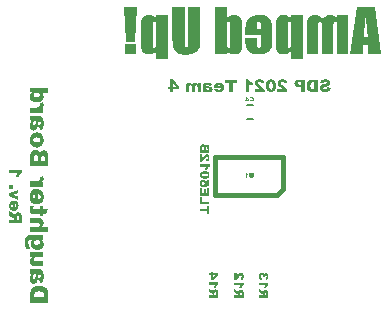
<source format=gbo>
G04*
G04 #@! TF.GenerationSoftware,Altium Limited,Altium Designer,21.1.1 (26)*
G04*
G04 Layer_Color=32896*
%FSLAX25Y25*%
%MOIN*%
G70*
G04*
G04 #@! TF.SameCoordinates,EC72FFD8-62BE-425B-AFB2-474ABE2E55C8*
G04*
G04*
G04 #@! TF.FilePolarity,Positive*
G04*
G01*
G75*
%ADD12C,0.00787*%
%ADD14C,0.01575*%
G36*
X-15484Y10443D02*
X-15390Y10427D01*
X-15307Y10399D01*
X-15240Y10371D01*
X-15185Y10343D01*
X-15140Y10316D01*
X-15118Y10299D01*
X-15107Y10293D01*
X-15040Y10227D01*
X-14985Y10155D01*
X-14935Y10071D01*
X-14896Y9994D01*
X-14868Y9922D01*
X-14852Y9866D01*
X-14841Y9844D01*
Y9827D01*
X-14835Y9816D01*
Y9811D01*
X-14802Y9888D01*
X-14768Y9955D01*
X-14735Y10010D01*
X-14702Y10055D01*
X-14674Y10094D01*
X-14652Y10116D01*
X-14635Y10132D01*
X-14630Y10138D01*
X-14552Y10193D01*
X-14474Y10238D01*
X-14397Y10266D01*
X-14324Y10288D01*
X-14263Y10299D01*
X-14213Y10310D01*
X-14180D01*
X-14175D01*
X-14169D01*
X-14108D01*
X-14052Y10299D01*
X-13947Y10271D01*
X-13858Y10232D01*
X-13780Y10193D01*
X-13714Y10149D01*
X-13669Y10110D01*
X-13642Y10082D01*
X-13631Y10077D01*
Y10071D01*
X-13558Y9972D01*
X-13503Y9866D01*
X-13464Y9755D01*
X-13436Y9644D01*
X-13420Y9544D01*
X-13414Y9505D01*
Y9466D01*
X-13409Y9439D01*
Y7635D01*
X-16450D01*
Y9306D01*
X-16444Y9367D01*
X-16439Y9433D01*
X-16428Y9505D01*
X-16422Y9572D01*
X-16417Y9627D01*
Y9650D01*
X-16411Y9666D01*
Y9677D01*
X-16395Y9761D01*
X-16383Y9833D01*
X-16367Y9894D01*
X-16350Y9944D01*
X-16333Y9983D01*
X-16322Y10010D01*
X-16311Y10027D01*
Y10033D01*
X-16267Y10099D01*
X-16217Y10160D01*
X-16167Y10216D01*
X-16117Y10260D01*
X-16078Y10293D01*
X-16045Y10316D01*
X-16017Y10332D01*
X-16012Y10338D01*
X-15939Y10377D01*
X-15867Y10404D01*
X-15795Y10421D01*
X-15729Y10438D01*
X-15673Y10443D01*
X-15629Y10449D01*
X-15601D01*
X-15590D01*
X-15484Y10443D01*
D02*
G37*
G36*
X-15762Y5815D02*
X-15690Y5898D01*
X-15629Y5959D01*
X-15612Y5981D01*
X-15595Y5998D01*
X-15590Y6009D01*
X-15584Y6014D01*
X-15551Y6053D01*
X-15512Y6103D01*
X-15473Y6164D01*
X-15434Y6220D01*
X-15395Y6275D01*
X-15362Y6320D01*
X-15340Y6347D01*
X-15335Y6358D01*
X-15279Y6436D01*
X-15224Y6508D01*
X-15168Y6575D01*
X-15118Y6636D01*
X-15068Y6686D01*
X-15024Y6736D01*
X-14940Y6819D01*
X-14874Y6880D01*
X-14824Y6919D01*
X-14791Y6947D01*
X-14780Y6952D01*
X-14685Y7008D01*
X-14591Y7047D01*
X-14496Y7080D01*
X-14419Y7097D01*
X-14347Y7108D01*
X-14291Y7119D01*
X-14274D01*
X-14258D01*
X-14252D01*
X-14247D01*
X-14152Y7113D01*
X-14063Y7097D01*
X-13980Y7074D01*
X-13914Y7047D01*
X-13853Y7019D01*
X-13814Y6997D01*
X-13786Y6980D01*
X-13775Y6974D01*
X-13703Y6919D01*
X-13636Y6852D01*
X-13586Y6786D01*
X-13542Y6725D01*
X-13509Y6669D01*
X-13481Y6619D01*
X-13470Y6592D01*
X-13464Y6586D01*
Y6581D01*
X-13431Y6481D01*
X-13403Y6370D01*
X-13386Y6253D01*
X-13370Y6142D01*
X-13364Y6042D01*
Y5998D01*
X-13359Y5959D01*
Y5887D01*
X-13364Y5737D01*
X-13375Y5604D01*
X-13392Y5487D01*
X-13414Y5393D01*
X-13436Y5315D01*
X-13453Y5260D01*
X-13464Y5226D01*
X-13470Y5221D01*
Y5215D01*
X-13514Y5126D01*
X-13564Y5054D01*
X-13614Y4988D01*
X-13664Y4938D01*
X-13708Y4893D01*
X-13742Y4860D01*
X-13764Y4843D01*
X-13775Y4838D01*
X-13858Y4793D01*
X-13947Y4755D01*
X-14036Y4727D01*
X-14125Y4699D01*
X-14208Y4682D01*
X-14269Y4671D01*
X-14297Y4666D01*
X-14313Y4660D01*
X-14324D01*
X-14330D01*
X-14397Y5509D01*
X-14308Y5526D01*
X-14236Y5543D01*
X-14175Y5565D01*
X-14125Y5587D01*
X-14086Y5609D01*
X-14058Y5626D01*
X-14047Y5637D01*
X-14041Y5643D01*
X-14008Y5687D01*
X-13980Y5731D01*
X-13964Y5776D01*
X-13947Y5815D01*
X-13941Y5853D01*
X-13936Y5881D01*
Y5909D01*
X-13941Y5964D01*
X-13952Y6014D01*
X-13969Y6059D01*
X-13986Y6098D01*
X-14003Y6131D01*
X-14019Y6153D01*
X-14030Y6164D01*
X-14036Y6170D01*
X-14075Y6203D01*
X-14114Y6231D01*
X-14152Y6247D01*
X-14191Y6264D01*
X-14224Y6270D01*
X-14252Y6275D01*
X-14269D01*
X-14274D01*
X-14324Y6270D01*
X-14369Y6259D01*
X-14419Y6242D01*
X-14458Y6225D01*
X-14496Y6203D01*
X-14524Y6186D01*
X-14541Y6175D01*
X-14546Y6170D01*
X-14574Y6148D01*
X-14607Y6120D01*
X-14674Y6053D01*
X-14741Y5970D01*
X-14813Y5892D01*
X-14874Y5815D01*
X-14924Y5754D01*
X-14940Y5726D01*
X-14957Y5709D01*
X-14963Y5698D01*
X-14968Y5692D01*
X-15051Y5582D01*
X-15129Y5482D01*
X-15207Y5387D01*
X-15279Y5304D01*
X-15351Y5226D01*
X-15412Y5160D01*
X-15473Y5099D01*
X-15529Y5049D01*
X-15579Y5004D01*
X-15623Y4960D01*
X-15662Y4932D01*
X-15690Y4904D01*
X-15717Y4882D01*
X-15734Y4871D01*
X-15745Y4865D01*
X-15751Y4860D01*
X-15873Y4788D01*
X-16001Y4727D01*
X-16117Y4682D01*
X-16222Y4649D01*
X-16317Y4621D01*
X-16356Y4616D01*
X-16389Y4610D01*
X-16411Y4605D01*
X-16433Y4599D01*
X-16444D01*
X-16450D01*
Y7141D01*
X-15762D01*
Y5815D01*
D02*
G37*
G36*
X-13359Y3045D02*
X-13464Y2990D01*
X-13558Y2929D01*
X-13642Y2867D01*
X-13708Y2806D01*
X-13769Y2751D01*
X-13814Y2707D01*
X-13836Y2679D01*
X-13847Y2673D01*
Y2668D01*
X-13919Y2573D01*
X-13980Y2462D01*
X-14036Y2351D01*
X-14086Y2246D01*
X-14125Y2152D01*
X-14141Y2107D01*
X-14158Y2074D01*
X-14163Y2041D01*
X-14175Y2018D01*
X-14180Y2007D01*
Y2002D01*
X-14868D01*
X-14835Y2107D01*
X-14807Y2201D01*
X-14774Y2279D01*
X-14746Y2351D01*
X-14724Y2407D01*
X-14707Y2451D01*
X-14696Y2473D01*
X-14691Y2485D01*
X-14652Y2557D01*
X-14607Y2629D01*
X-14563Y2701D01*
X-14524Y2762D01*
X-14485Y2812D01*
X-14458Y2856D01*
X-14435Y2879D01*
X-14430Y2890D01*
X-16450D01*
Y3744D01*
X-13359D01*
Y3045D01*
D02*
G37*
G36*
X-14774Y1474D02*
X-14641Y1469D01*
X-14524Y1452D01*
X-14419Y1436D01*
X-14330Y1419D01*
X-14291Y1413D01*
X-14263Y1408D01*
X-14236Y1402D01*
X-14219Y1397D01*
X-14208Y1391D01*
X-14202D01*
X-14136Y1375D01*
X-14080Y1352D01*
X-14025Y1336D01*
X-13980Y1319D01*
X-13941Y1302D01*
X-13914Y1286D01*
X-13897Y1280D01*
X-13892Y1275D01*
X-13792Y1214D01*
X-13747Y1180D01*
X-13714Y1147D01*
X-13681Y1119D01*
X-13658Y1097D01*
X-13642Y1080D01*
X-13636Y1075D01*
X-13592Y1025D01*
X-13553Y975D01*
X-13520Y919D01*
X-13492Y869D01*
X-13470Y825D01*
X-13447Y786D01*
X-13442Y764D01*
X-13436Y753D01*
X-13409Y675D01*
X-13392Y592D01*
X-13375Y509D01*
X-13370Y431D01*
X-13364Y359D01*
X-13359Y303D01*
Y253D01*
X-13364Y137D01*
X-13375Y26D01*
X-13392Y-74D01*
X-13414Y-168D01*
X-13442Y-252D01*
X-13470Y-329D01*
X-13503Y-401D01*
X-13531Y-463D01*
X-13564Y-518D01*
X-13597Y-568D01*
X-13625Y-607D01*
X-13653Y-640D01*
X-13675Y-668D01*
X-13692Y-685D01*
X-13703Y-696D01*
X-13708Y-701D01*
X-13780Y-757D01*
X-13858Y-801D01*
X-13947Y-845D01*
X-14041Y-879D01*
X-14241Y-934D01*
X-14441Y-973D01*
X-14535Y-984D01*
X-14624Y-995D01*
X-14707Y-1001D01*
X-14780Y-1006D01*
X-14835Y-1012D01*
X-14879D01*
X-14907D01*
X-14918D01*
X-15046Y-1006D01*
X-15168Y-1001D01*
X-15279Y-990D01*
X-15373Y-979D01*
X-15457Y-967D01*
X-15518Y-962D01*
X-15540Y-956D01*
X-15556Y-951D01*
X-15562D01*
X-15568D01*
X-15667Y-929D01*
X-15762Y-901D01*
X-15840Y-873D01*
X-15901Y-845D01*
X-15956Y-823D01*
X-15989Y-801D01*
X-16017Y-790D01*
X-16023Y-784D01*
X-16106Y-723D01*
X-16178Y-657D01*
X-16239Y-596D01*
X-16289Y-529D01*
X-16328Y-479D01*
X-16356Y-435D01*
X-16372Y-407D01*
X-16378Y-396D01*
X-16417Y-301D01*
X-16450Y-196D01*
X-16472Y-91D01*
X-16483Y9D01*
X-16494Y98D01*
Y131D01*
X-16500Y165D01*
Y231D01*
X-16494Y353D01*
X-16483Y470D01*
X-16467Y575D01*
X-16439Y670D01*
X-16411Y758D01*
X-16378Y836D01*
X-16345Y908D01*
X-16306Y969D01*
X-16272Y1025D01*
X-16239Y1069D01*
X-16206Y1108D01*
X-16178Y1142D01*
X-16150Y1169D01*
X-16134Y1186D01*
X-16123Y1191D01*
X-16117Y1197D01*
X-16039Y1247D01*
X-15956Y1291D01*
X-15862Y1330D01*
X-15767Y1364D01*
X-15568Y1413D01*
X-15368Y1447D01*
X-15273Y1458D01*
X-15190Y1463D01*
X-15112Y1469D01*
X-15040Y1474D01*
X-14985Y1480D01*
X-14946D01*
X-14918D01*
X-14907D01*
X-14774Y1474D01*
D02*
G37*
G36*
X-15301Y-1356D02*
X-15229Y-1362D01*
X-15096Y-1395D01*
X-14974Y-1439D01*
X-14874Y-1495D01*
X-14796Y-1550D01*
X-14763Y-1572D01*
X-14735Y-1595D01*
X-14713Y-1611D01*
X-14696Y-1628D01*
X-14691Y-1633D01*
X-14685Y-1639D01*
X-14635Y-1695D01*
X-14591Y-1750D01*
X-14558Y-1811D01*
X-14524Y-1872D01*
X-14474Y-1994D01*
X-14441Y-2116D01*
X-14424Y-2216D01*
X-14413Y-2261D01*
Y-2300D01*
X-14408Y-2333D01*
Y-2377D01*
X-14413Y-2477D01*
X-14419Y-2521D01*
X-14424Y-2560D01*
X-14430Y-2599D01*
X-14435Y-2627D01*
X-14441Y-2644D01*
Y-2649D01*
X-14469Y-2749D01*
X-14485Y-2799D01*
X-14502Y-2843D01*
X-14519Y-2877D01*
X-14530Y-2910D01*
X-14535Y-2927D01*
X-14541Y-2932D01*
X-14086Y-2860D01*
Y-1495D01*
X-13409D01*
Y-3504D01*
X-15046Y-3770D01*
X-15151Y-3054D01*
X-15112Y-3015D01*
X-15079Y-2982D01*
X-15051Y-2949D01*
X-15029Y-2921D01*
X-15013Y-2899D01*
X-15001Y-2882D01*
X-14990Y-2871D01*
Y-2866D01*
X-14968Y-2821D01*
X-14957Y-2777D01*
X-14935Y-2705D01*
Y-2671D01*
X-14929Y-2649D01*
Y-2627D01*
X-14935Y-2560D01*
X-14952Y-2494D01*
X-14968Y-2444D01*
X-14990Y-2399D01*
X-15018Y-2361D01*
X-15035Y-2338D01*
X-15051Y-2322D01*
X-15057Y-2316D01*
X-15112Y-2277D01*
X-15173Y-2250D01*
X-15240Y-2227D01*
X-15307Y-2216D01*
X-15362Y-2205D01*
X-15412Y-2200D01*
X-15446D01*
X-15451D01*
X-15457D01*
X-15551Y-2205D01*
X-15629Y-2216D01*
X-15695Y-2238D01*
X-15751Y-2255D01*
X-15795Y-2277D01*
X-15823Y-2300D01*
X-15845Y-2311D01*
X-15851Y-2316D01*
X-15895Y-2361D01*
X-15928Y-2410D01*
X-15950Y-2461D01*
X-15967Y-2505D01*
X-15978Y-2549D01*
X-15984Y-2583D01*
Y-2610D01*
X-15978Y-2666D01*
X-15967Y-2721D01*
X-15950Y-2771D01*
X-15928Y-2810D01*
X-15912Y-2843D01*
X-15895Y-2866D01*
X-15884Y-2882D01*
X-15878Y-2888D01*
X-15834Y-2927D01*
X-15784Y-2954D01*
X-15734Y-2982D01*
X-15684Y-2999D01*
X-15640Y-3010D01*
X-15601Y-3021D01*
X-15579Y-3027D01*
X-15568D01*
X-15662Y-3881D01*
X-15740Y-3859D01*
X-15812Y-3831D01*
X-15873Y-3809D01*
X-15923Y-3781D01*
X-15967Y-3765D01*
X-15995Y-3748D01*
X-16017Y-3737D01*
X-16023Y-3731D01*
X-16123Y-3654D01*
X-16167Y-3615D01*
X-16200Y-3576D01*
X-16234Y-3537D01*
X-16256Y-3509D01*
X-16272Y-3493D01*
X-16278Y-3487D01*
X-16350Y-3365D01*
X-16378Y-3304D01*
X-16400Y-3243D01*
X-16422Y-3193D01*
X-16433Y-3154D01*
X-16439Y-3132D01*
X-16444Y-3121D01*
X-16461Y-3038D01*
X-16478Y-2949D01*
X-16489Y-2860D01*
X-16494Y-2782D01*
Y-2710D01*
X-16500Y-2655D01*
Y-2605D01*
X-16494Y-2455D01*
X-16478Y-2322D01*
X-16456Y-2200D01*
X-16428Y-2100D01*
X-16406Y-2022D01*
X-16395Y-1989D01*
X-16383Y-1966D01*
X-16372Y-1944D01*
X-16367Y-1928D01*
X-16361Y-1922D01*
Y-1917D01*
X-16300Y-1822D01*
X-16234Y-1739D01*
X-16167Y-1667D01*
X-16100Y-1606D01*
X-16039Y-1561D01*
X-15989Y-1528D01*
X-15956Y-1506D01*
X-15950Y-1500D01*
X-15945D01*
X-15845Y-1450D01*
X-15740Y-1412D01*
X-15645Y-1389D01*
X-15562Y-1367D01*
X-15484Y-1356D01*
X-15429Y-1350D01*
X-15407D01*
X-15390D01*
X-15384D01*
X-15379D01*
X-15301Y-1356D01*
D02*
G37*
G36*
X-15762Y-5835D02*
X-15162D01*
Y-4375D01*
X-14541D01*
Y-5835D01*
X-14058D01*
Y-4259D01*
X-13409D01*
Y-6778D01*
X-16450D01*
Y-4214D01*
X-15762D01*
Y-5835D01*
D02*
G37*
G36*
X-15701Y-8676D02*
X-13409D01*
Y-9614D01*
X-16450D01*
Y-7206D01*
X-15701D01*
Y-8676D01*
D02*
G37*
G36*
X-13409Y-12900D02*
X-14158D01*
Y-11940D01*
X-16450D01*
Y-11002D01*
X-14158D01*
Y-10042D01*
X-13409D01*
Y-12900D01*
D02*
G37*
G36*
X26993Y53609D02*
X27243Y53582D01*
X27493Y53526D01*
X27715Y53443D01*
X27881Y53360D01*
X28020Y53304D01*
X28104Y53276D01*
X28131Y53248D01*
X28353Y53110D01*
X28548Y52915D01*
X28742Y52749D01*
X28881Y52582D01*
X29020Y52415D01*
X29103Y52276D01*
X29159Y52193D01*
X29186Y52165D01*
X29131Y53415D01*
X32963D01*
Y40613D01*
X29186D01*
Y49472D01*
Y49777D01*
Y50055D01*
Y50249D01*
Y50416D01*
Y50527D01*
Y50610D01*
Y50666D01*
X29131Y50860D01*
X29076Y50999D01*
X29020Y51110D01*
X28992Y51138D01*
X28826Y51277D01*
X28687Y51332D01*
X28576Y51360D01*
X28520D01*
X28381Y51332D01*
X28270Y51305D01*
X28104Y51166D01*
X28048Y51027D01*
X28020Y50999D01*
Y50971D01*
X27992Y50888D01*
Y50777D01*
X27965Y50444D01*
X27937Y50083D01*
X27909Y49694D01*
Y49333D01*
Y49027D01*
Y48888D01*
Y48805D01*
Y48750D01*
Y48722D01*
Y40613D01*
X24132D01*
Y48916D01*
Y49222D01*
Y49472D01*
X24105Y49944D01*
Y50305D01*
X24077Y50582D01*
X24049Y50749D01*
Y50888D01*
X24021Y50943D01*
Y50971D01*
X23966Y51110D01*
X23882Y51193D01*
X23716Y51305D01*
X23549Y51360D01*
X23494D01*
X23355Y51332D01*
X23244Y51305D01*
X23077Y51166D01*
X22994Y50999D01*
X22966Y50971D01*
Y50943D01*
X22938Y50860D01*
Y50749D01*
X22910Y50471D01*
X22883Y50138D01*
X22855Y49777D01*
Y49444D01*
Y49166D01*
Y49083D01*
Y49000D01*
Y48944D01*
Y48916D01*
Y40613D01*
X19078D01*
Y49694D01*
Y50249D01*
X19106Y50694D01*
X19134Y51082D01*
X19162Y51416D01*
X19217Y51638D01*
X19245Y51804D01*
X19273Y51915D01*
Y51943D01*
X19356Y52193D01*
X19495Y52443D01*
X19634Y52637D01*
X19772Y52804D01*
X19911Y52943D01*
X20022Y53054D01*
X20106Y53110D01*
X20133Y53137D01*
X20383Y53304D01*
X20661Y53415D01*
X20911Y53526D01*
X21189Y53582D01*
X21411Y53609D01*
X21578Y53637D01*
X21744D01*
X22022Y53609D01*
X22272Y53582D01*
X22522Y53526D01*
X22716Y53443D01*
X22883Y53360D01*
X23022Y53304D01*
X23105Y53276D01*
X23133Y53248D01*
X23355Y53110D01*
X23549Y52915D01*
X23744Y52749D01*
X23910Y52582D01*
X24021Y52415D01*
X24132Y52276D01*
X24188Y52193D01*
X24216Y52165D01*
X24382Y52415D01*
X24577Y52665D01*
X24771Y52860D01*
X24993Y53026D01*
X25410Y53276D01*
X25799Y53443D01*
X26160Y53554D01*
X26437Y53609D01*
X26548Y53637D01*
X26687D01*
X26993Y53609D01*
D02*
G37*
G36*
X-38184Y44445D02*
X-41183D01*
X-41794Y56220D01*
X-37545D01*
X-38184Y44445D01*
D02*
G37*
G36*
X-16440Y46972D02*
Y46500D01*
Y46056D01*
Y45667D01*
X-16467Y45306D01*
Y45001D01*
Y44723D01*
Y44473D01*
X-16495Y44251D01*
Y44056D01*
Y43918D01*
Y43779D01*
X-16523Y43668D01*
Y43557D01*
Y43501D01*
X-16578Y43196D01*
X-16662Y42890D01*
X-16745Y42640D01*
X-16856Y42390D01*
X-16967Y42196D01*
X-17051Y42057D01*
X-17106Y41946D01*
X-17134Y41918D01*
X-17356Y41668D01*
X-17634Y41418D01*
X-17884Y41224D01*
X-18161Y41057D01*
X-18383Y40918D01*
X-18578Y40807D01*
X-18689Y40752D01*
X-18744Y40724D01*
X-19161Y40585D01*
X-19578Y40474D01*
X-19994Y40391D01*
X-20383Y40335D01*
X-20716Y40308D01*
X-20994Y40280D01*
X-21216D01*
X-21660Y40308D01*
X-22077Y40335D01*
X-22438Y40391D01*
X-22771Y40474D01*
X-23021Y40558D01*
X-23215Y40613D01*
X-23354Y40641D01*
X-23382Y40669D01*
X-23715Y40835D01*
X-24021Y41002D01*
X-24271Y41196D01*
X-24493Y41391D01*
X-24659Y41557D01*
X-24771Y41696D01*
X-24854Y41779D01*
X-24882Y41807D01*
X-25076Y42085D01*
X-25243Y42362D01*
X-25354Y42612D01*
X-25437Y42835D01*
X-25520Y43001D01*
X-25548Y43168D01*
X-25576Y43251D01*
Y43279D01*
X-25631Y43584D01*
X-25659Y43973D01*
X-25687Y44390D01*
Y44806D01*
X-25715Y45167D01*
Y45500D01*
Y45612D01*
Y45695D01*
Y45750D01*
Y45778D01*
Y56220D01*
X-21660D01*
Y44695D01*
Y44306D01*
X-21633Y43973D01*
Y43723D01*
X-21605Y43529D01*
X-21577Y43390D01*
Y43279D01*
X-21549Y43251D01*
Y43223D01*
X-21494Y43112D01*
X-21438Y43057D01*
X-21271Y42946D01*
X-21105Y42918D01*
X-21049D01*
X-20827Y42974D01*
X-20688Y43057D01*
X-20605Y43140D01*
X-20577Y43196D01*
X-20549Y43334D01*
X-20522Y43529D01*
Y43723D01*
X-20494Y43945D01*
Y44168D01*
Y44334D01*
Y44445D01*
Y44501D01*
Y56220D01*
X-16440D01*
Y46972D01*
D02*
G37*
G36*
X3777Y53609D02*
X4221Y53554D01*
X4638Y53470D01*
X4999Y53387D01*
X5277Y53276D01*
X5499Y53193D01*
X5638Y53137D01*
X5693Y53110D01*
X6054Y52887D01*
X6360Y52665D01*
X6610Y52415D01*
X6804Y52165D01*
X6971Y51943D01*
X7082Y51777D01*
X7137Y51666D01*
X7165Y51610D01*
X7304Y51221D01*
X7415Y50805D01*
X7498Y50360D01*
X7554Y49944D01*
X7581Y49555D01*
X7609Y49250D01*
Y49138D01*
Y49055D01*
Y49000D01*
Y48972D01*
Y45251D01*
Y44751D01*
X7581Y44306D01*
X7554Y43945D01*
X7498Y43640D01*
X7470Y43390D01*
X7443Y43223D01*
X7415Y43112D01*
Y43085D01*
X7332Y42807D01*
X7220Y42557D01*
X7109Y42307D01*
X6971Y42113D01*
X6859Y41946D01*
X6776Y41807D01*
X6721Y41724D01*
X6693Y41696D01*
X6471Y41474D01*
X6221Y41280D01*
X5971Y41113D01*
X5721Y40974D01*
X5526Y40863D01*
X5360Y40780D01*
X5221Y40752D01*
X5193Y40724D01*
X4804Y40613D01*
X4443Y40530D01*
X4055Y40474D01*
X3721Y40446D01*
X3416Y40419D01*
X3194Y40391D01*
X2972D01*
X2500Y40419D01*
X2111Y40446D01*
X1750Y40502D01*
X1444Y40558D01*
X1194Y40613D01*
X1000Y40669D01*
X889Y40724D01*
X861D01*
X556Y40863D01*
X278Y41057D01*
X28Y41224D01*
X-166Y41391D01*
X-333Y41557D01*
X-444Y41696D01*
X-527Y41779D01*
X-555Y41807D01*
X-750Y42085D01*
X-888Y42335D01*
X-1027Y42557D01*
X-1111Y42751D01*
X-1166Y42918D01*
X-1222Y43057D01*
X-1249Y43140D01*
Y43168D01*
X-1305Y43418D01*
X-1360Y43723D01*
X-1388Y44029D01*
Y44334D01*
X-1416Y44584D01*
Y44806D01*
Y44945D01*
Y45001D01*
Y45945D01*
X2361D01*
Y44251D01*
Y43918D01*
X2389Y43668D01*
X2416Y43446D01*
X2444Y43251D01*
X2472Y43140D01*
X2500Y43029D01*
X2527Y43001D01*
Y42974D01*
X2583Y42862D01*
X2666Y42807D01*
X2833Y42696D01*
X2999Y42668D01*
X3055D01*
X3305Y42696D01*
X3499Y42779D01*
X3583Y42862D01*
X3610Y42890D01*
X3638Y43001D01*
X3666Y43168D01*
X3694Y43529D01*
X3721Y43723D01*
Y43862D01*
Y43973D01*
Y44001D01*
Y46778D01*
X-1416D01*
Y48472D01*
X-1388Y49138D01*
X-1360Y49722D01*
X-1277Y50194D01*
X-1194Y50610D01*
X-1111Y50943D01*
X-1055Y51166D01*
X-999Y51305D01*
X-972Y51360D01*
X-777Y51721D01*
X-555Y52054D01*
X-305Y52332D01*
X-55Y52554D01*
X195Y52749D01*
X389Y52887D01*
X500Y52971D01*
X556Y52999D01*
X972Y53221D01*
X1417Y53360D01*
X1889Y53470D01*
X2305Y53554D01*
X2694Y53609D01*
X2999Y53637D01*
X3277D01*
X3777Y53609D01*
D02*
G37*
G36*
X43794Y40613D02*
X39600D01*
X39378Y43557D01*
X37906D01*
X37712Y40613D01*
X33546D01*
X35879Y56220D01*
X41739D01*
X43794Y40613D01*
D02*
G37*
G36*
X-37739Y40613D02*
X-41516D01*
Y43723D01*
X-37739D01*
Y40613D01*
D02*
G37*
G36*
X-7637Y52582D02*
X-7248Y52915D01*
X-6887Y53165D01*
X-6748Y53248D01*
X-6637Y53304D01*
X-6553Y53360D01*
X-6526D01*
X-6054Y53526D01*
X-5831Y53582D01*
X-5637Y53609D01*
X-5443Y53637D01*
X-5193D01*
X-4860Y53609D01*
X-4554Y53554D01*
X-4276Y53498D01*
X-4054Y53415D01*
X-3860Y53304D01*
X-3693Y53248D01*
X-3610Y53193D01*
X-3582Y53165D01*
X-3360Y52971D01*
X-3165Y52804D01*
X-3027Y52610D01*
X-2916Y52443D01*
X-2832Y52276D01*
X-2777Y52165D01*
X-2721Y52082D01*
Y52054D01*
X-2666Y51777D01*
X-2638Y51471D01*
X-2582Y51138D01*
Y50777D01*
X-2555Y50471D01*
Y50221D01*
Y50027D01*
Y49999D01*
Y49972D01*
Y44001D01*
Y43501D01*
X-2582Y43085D01*
X-2610Y42724D01*
X-2638Y42446D01*
X-2666Y42224D01*
X-2693Y42057D01*
X-2721Y41974D01*
Y41946D01*
X-2805Y41724D01*
X-2943Y41529D01*
X-3082Y41335D01*
X-3221Y41168D01*
X-3360Y41057D01*
X-3471Y40946D01*
X-3554Y40891D01*
X-3582Y40863D01*
X-3832Y40696D01*
X-4110Y40585D01*
X-4360Y40502D01*
X-4609Y40446D01*
X-4832Y40419D01*
X-4998Y40391D01*
X-5137D01*
X-5637Y40446D01*
X-5859Y40474D01*
X-6054Y40530D01*
X-6220Y40585D01*
X-6331Y40613D01*
X-6415Y40669D01*
X-6442D01*
X-6664Y40780D01*
X-6887Y40918D01*
X-7081Y41057D01*
X-7276Y41196D01*
X-7414Y41335D01*
X-7525Y41446D01*
X-7609Y41502D01*
X-7637Y41529D01*
Y40613D01*
X-11524D01*
Y56220D01*
X-7637D01*
Y52582D01*
D02*
G37*
G36*
X11608Y53609D02*
X11858Y53582D01*
X12108Y53526D01*
X12302Y53470D01*
X12469Y53387D01*
X12608Y53332D01*
X12691Y53304D01*
X12719Y53276D01*
X12941Y53137D01*
X13163Y52971D01*
X13358Y52804D01*
X13524Y52637D01*
X13663Y52499D01*
X13774Y52360D01*
X13830Y52276D01*
X13858Y52249D01*
X13802Y53415D01*
X17745Y53415D01*
Y38780D01*
X13858Y38780D01*
Y41724D01*
X13663Y41502D01*
X13469Y41280D01*
X13274Y41113D01*
X13108Y40974D01*
X12969Y40863D01*
X12858Y40780D01*
X12775Y40752D01*
X12747Y40724D01*
X12497Y40613D01*
X12275Y40530D01*
X12025Y40474D01*
X11830Y40446D01*
X11636Y40419D01*
X11497Y40391D01*
X11386D01*
X11053Y40419D01*
X10747Y40446D01*
X10497Y40530D01*
X10275Y40613D01*
X10081Y40669D01*
X9942Y40752D01*
X9859Y40780D01*
X9831Y40807D01*
X9609Y40974D01*
X9442Y41168D01*
X9275Y41363D01*
X9164Y41557D01*
X9081Y41724D01*
X9025Y41863D01*
X8998Y41946D01*
Y41974D01*
X8914Y42307D01*
X8859Y42668D01*
X8831Y43085D01*
X8803Y43501D01*
X8776Y43890D01*
Y44195D01*
Y44306D01*
Y44390D01*
Y44445D01*
Y44473D01*
Y49860D01*
Y50388D01*
X8803Y50832D01*
X8831Y51221D01*
X8859Y51499D01*
X8887Y51721D01*
X8914Y51888D01*
X8942Y51971D01*
Y51999D01*
X9025Y52221D01*
X9137Y52443D01*
X9275Y52637D01*
X9414Y52804D01*
X9553Y52943D01*
X9664Y53054D01*
X9747Y53110D01*
X9775Y53137D01*
X10025Y53304D01*
X10303Y53415D01*
X10553Y53526D01*
X10803Y53582D01*
X11025Y53609D01*
X11192Y53637D01*
X11330D01*
X11608Y53609D01*
D02*
G37*
G36*
X-33324D02*
X-33074Y53582D01*
X-32824Y53526D01*
X-32629Y53470D01*
X-32463Y53387D01*
X-32324Y53332D01*
X-32241Y53304D01*
X-32213Y53276D01*
X-31991Y53137D01*
X-31769Y52971D01*
X-31574Y52804D01*
X-31408Y52637D01*
X-31269Y52499D01*
X-31158Y52360D01*
X-31102Y52276D01*
X-31074Y52249D01*
X-31130Y53415D01*
X-27187D01*
Y38780D01*
X-31074D01*
Y41724D01*
X-31269Y41502D01*
X-31463Y41280D01*
X-31657Y41113D01*
X-31824Y40974D01*
X-31963Y40863D01*
X-32074Y40780D01*
X-32157Y40752D01*
X-32185Y40724D01*
X-32435Y40613D01*
X-32657Y40530D01*
X-32907Y40474D01*
X-33102Y40446D01*
X-33296Y40419D01*
X-33435Y40391D01*
X-33546D01*
X-33879Y40419D01*
X-34185Y40446D01*
X-34435Y40530D01*
X-34657Y40613D01*
X-34851Y40669D01*
X-34990Y40752D01*
X-35073Y40780D01*
X-35101Y40807D01*
X-35323Y40974D01*
X-35490Y41168D01*
X-35656Y41363D01*
X-35767Y41557D01*
X-35851Y41724D01*
X-35906Y41863D01*
X-35934Y41946D01*
Y41974D01*
X-36017Y42307D01*
X-36073Y42668D01*
X-36101Y43085D01*
X-36129Y43501D01*
X-36156Y43890D01*
Y44195D01*
Y44306D01*
Y44390D01*
Y44445D01*
Y44473D01*
Y49860D01*
Y50388D01*
X-36129Y50832D01*
X-36101Y51221D01*
X-36073Y51499D01*
X-36045Y51721D01*
X-36017Y51888D01*
X-35990Y51971D01*
Y51999D01*
X-35906Y52221D01*
X-35795Y52443D01*
X-35656Y52637D01*
X-35517Y52804D01*
X-35379Y52943D01*
X-35268Y53054D01*
X-35184Y53110D01*
X-35157Y53137D01*
X-34907Y53304D01*
X-34629Y53415D01*
X-34379Y53526D01*
X-34129Y53582D01*
X-33907Y53609D01*
X-33740Y53637D01*
X-33601D01*
X-33324Y53609D01*
D02*
G37*
G36*
X11137Y32087D02*
X11315Y32072D01*
X11470Y32050D01*
X11596Y32020D01*
X11699Y31991D01*
X11773Y31968D01*
X11818Y31954D01*
X11825Y31946D01*
X11833D01*
X11951Y31887D01*
X12047Y31820D01*
X12136Y31754D01*
X12203Y31687D01*
X12262Y31628D01*
X12306Y31584D01*
X12328Y31554D01*
X12336Y31539D01*
X12395Y31428D01*
X12447Y31310D01*
X12484Y31191D01*
X12521Y31073D01*
X12543Y30962D01*
X12558Y30881D01*
X12565Y30844D01*
X12573Y30821D01*
Y30807D01*
Y30799D01*
X11440Y30710D01*
X11418Y30829D01*
X11396Y30925D01*
X11366Y31006D01*
X11337Y31073D01*
X11307Y31125D01*
X11285Y31162D01*
X11270Y31177D01*
X11263Y31184D01*
X11204Y31228D01*
X11144Y31265D01*
X11085Y31288D01*
X11033Y31310D01*
X10982Y31317D01*
X10945Y31325D01*
X10908D01*
X10834Y31317D01*
X10767Y31302D01*
X10708Y31280D01*
X10656Y31258D01*
X10612Y31236D01*
X10582Y31214D01*
X10567Y31199D01*
X10560Y31191D01*
X10515Y31140D01*
X10478Y31088D01*
X10456Y31036D01*
X10434Y30984D01*
X10427Y30940D01*
X10419Y30903D01*
Y30881D01*
Y30873D01*
X10427Y30807D01*
X10441Y30747D01*
X10464Y30681D01*
X10486Y30629D01*
X10515Y30577D01*
X10538Y30540D01*
X10552Y30518D01*
X10560Y30511D01*
X10589Y30474D01*
X10626Y30429D01*
X10715Y30340D01*
X10826Y30252D01*
X10930Y30155D01*
X11033Y30074D01*
X11115Y30007D01*
X11152Y29985D01*
X11174Y29963D01*
X11189Y29956D01*
X11196Y29948D01*
X11344Y29837D01*
X11477Y29734D01*
X11603Y29630D01*
X11714Y29534D01*
X11818Y29438D01*
X11907Y29356D01*
X11988Y29275D01*
X12055Y29201D01*
X12114Y29134D01*
X12173Y29075D01*
X12210Y29023D01*
X12247Y28986D01*
X12277Y28949D01*
X12291Y28927D01*
X12299Y28912D01*
X12306Y28905D01*
X12402Y28742D01*
X12484Y28572D01*
X12543Y28416D01*
X12587Y28276D01*
X12624Y28150D01*
X12632Y28098D01*
X12639Y28054D01*
X12647Y28024D01*
X12654Y27995D01*
Y27980D01*
Y27972D01*
X9265D01*
Y28890D01*
X11033D01*
X10922Y28986D01*
X10841Y29068D01*
X10811Y29090D01*
X10789Y29112D01*
X10774Y29119D01*
X10767Y29127D01*
X10715Y29171D01*
X10649Y29223D01*
X10567Y29275D01*
X10493Y29327D01*
X10419Y29378D01*
X10360Y29423D01*
X10323Y29452D01*
X10308Y29460D01*
X10205Y29534D01*
X10108Y29608D01*
X10020Y29682D01*
X9938Y29748D01*
X9872Y29815D01*
X9805Y29874D01*
X9694Y29985D01*
X9613Y30074D01*
X9561Y30141D01*
X9524Y30185D01*
X9516Y30200D01*
X9442Y30326D01*
X9391Y30451D01*
X9346Y30577D01*
X9324Y30681D01*
X9309Y30777D01*
X9294Y30851D01*
Y30873D01*
Y30895D01*
Y30903D01*
Y30910D01*
X9302Y31036D01*
X9324Y31154D01*
X9354Y31265D01*
X9391Y31354D01*
X9428Y31436D01*
X9457Y31487D01*
X9479Y31524D01*
X9487Y31539D01*
X9561Y31635D01*
X9650Y31724D01*
X9738Y31791D01*
X9820Y31850D01*
X9894Y31894D01*
X9960Y31931D01*
X9997Y31946D01*
X10005Y31954D01*
X10012D01*
X10145Y31998D01*
X10293Y32035D01*
X10449Y32057D01*
X10597Y32079D01*
X10730Y32087D01*
X10789D01*
X10841Y32094D01*
X10937D01*
X11137Y32087D01*
D02*
G37*
G36*
X3574D02*
X3752Y32072D01*
X3907Y32050D01*
X4033Y32020D01*
X4137Y31991D01*
X4211Y31968D01*
X4255Y31954D01*
X4262Y31946D01*
X4270D01*
X4388Y31887D01*
X4484Y31820D01*
X4573Y31754D01*
X4640Y31687D01*
X4699Y31628D01*
X4743Y31584D01*
X4766Y31554D01*
X4773Y31539D01*
X4832Y31428D01*
X4884Y31310D01*
X4921Y31191D01*
X4958Y31073D01*
X4980Y30962D01*
X4995Y30881D01*
X5002Y30844D01*
X5010Y30821D01*
Y30807D01*
Y30799D01*
X3878Y30710D01*
X3855Y30829D01*
X3833Y30925D01*
X3804Y31006D01*
X3774Y31073D01*
X3744Y31125D01*
X3722Y31162D01*
X3707Y31177D01*
X3700Y31184D01*
X3641Y31228D01*
X3582Y31265D01*
X3522Y31288D01*
X3471Y31310D01*
X3419Y31317D01*
X3382Y31325D01*
X3345D01*
X3271Y31317D01*
X3204Y31302D01*
X3145Y31280D01*
X3093Y31258D01*
X3049Y31236D01*
X3019Y31214D01*
X3004Y31199D01*
X2997Y31191D01*
X2953Y31140D01*
X2916Y31088D01*
X2893Y31036D01*
X2871Y30984D01*
X2864Y30940D01*
X2856Y30903D01*
Y30881D01*
Y30873D01*
X2864Y30807D01*
X2879Y30747D01*
X2901Y30681D01*
X2923Y30629D01*
X2953Y30577D01*
X2975Y30540D01*
X2990Y30518D01*
X2997Y30511D01*
X3027Y30474D01*
X3064Y30429D01*
X3152Y30340D01*
X3263Y30252D01*
X3367Y30155D01*
X3471Y30074D01*
X3552Y30007D01*
X3589Y29985D01*
X3611Y29963D01*
X3626Y29956D01*
X3633Y29948D01*
X3781Y29837D01*
X3915Y29734D01*
X4040Y29630D01*
X4151Y29534D01*
X4255Y29438D01*
X4344Y29356D01*
X4425Y29275D01*
X4492Y29201D01*
X4551Y29134D01*
X4610Y29075D01*
X4647Y29023D01*
X4684Y28986D01*
X4714Y28949D01*
X4729Y28927D01*
X4736Y28912D01*
X4743Y28905D01*
X4840Y28742D01*
X4921Y28572D01*
X4980Y28416D01*
X5025Y28276D01*
X5062Y28150D01*
X5069Y28098D01*
X5076Y28054D01*
X5084Y28024D01*
X5091Y27995D01*
Y27980D01*
Y27972D01*
X1702D01*
Y28890D01*
X3471D01*
X3360Y28986D01*
X3278Y29068D01*
X3249Y29090D01*
X3226Y29112D01*
X3212Y29119D01*
X3204Y29127D01*
X3152Y29171D01*
X3086Y29223D01*
X3004Y29275D01*
X2930Y29327D01*
X2856Y29378D01*
X2797Y29423D01*
X2760Y29452D01*
X2745Y29460D01*
X2642Y29534D01*
X2546Y29608D01*
X2457Y29682D01*
X2375Y29748D01*
X2309Y29815D01*
X2242Y29874D01*
X2131Y29985D01*
X2050Y30074D01*
X1998Y30141D01*
X1961Y30185D01*
X1954Y30200D01*
X1880Y30326D01*
X1828Y30451D01*
X1783Y30577D01*
X1761Y30681D01*
X1746Y30777D01*
X1732Y30851D01*
Y30873D01*
Y30895D01*
Y30903D01*
Y30910D01*
X1739Y31036D01*
X1761Y31154D01*
X1791Y31265D01*
X1828Y31354D01*
X1865Y31436D01*
X1894Y31487D01*
X1917Y31524D01*
X1924Y31539D01*
X1998Y31635D01*
X2087Y31724D01*
X2176Y31791D01*
X2257Y31850D01*
X2331Y31894D01*
X2398Y31931D01*
X2435Y31946D01*
X2442Y31954D01*
X2449D01*
X2583Y31998D01*
X2731Y32035D01*
X2886Y32057D01*
X3034Y32079D01*
X3167Y32087D01*
X3226D01*
X3278Y32094D01*
X3374D01*
X3574Y32087D01*
D02*
G37*
G36*
X-18167Y30969D02*
X-18056Y30962D01*
X-17960Y30940D01*
X-17878Y30918D01*
X-17812Y30895D01*
X-17767Y30881D01*
X-17730Y30866D01*
X-17723Y30858D01*
X-17634Y30807D01*
X-17553Y30755D01*
X-17479Y30688D01*
X-17405Y30622D01*
X-17346Y30570D01*
X-17301Y30518D01*
X-17272Y30488D01*
X-17264Y30474D01*
Y30910D01*
X-16213D01*
Y27972D01*
X-17346D01*
Y29467D01*
X-17353Y29586D01*
X-17368Y29682D01*
X-17383Y29763D01*
X-17405Y29830D01*
X-17427Y29882D01*
X-17449Y29919D01*
X-17457Y29941D01*
X-17464Y29948D01*
X-17516Y30000D01*
X-17568Y30037D01*
X-17619Y30059D01*
X-17671Y30081D01*
X-17723Y30089D01*
X-17760Y30096D01*
X-17790D01*
X-17871Y30081D01*
X-17938Y30059D01*
X-17982Y30037D01*
X-17989Y30022D01*
X-17997D01*
X-18056Y29963D01*
X-18093Y29911D01*
X-18115Y29867D01*
X-18123Y29852D01*
Y29845D01*
X-18130Y29815D01*
X-18137Y29778D01*
X-18145Y29689D01*
Y29652D01*
Y29615D01*
Y29593D01*
Y29586D01*
Y27972D01*
X-19277D01*
Y29489D01*
X-19284Y29600D01*
X-19299Y29697D01*
X-19314Y29778D01*
X-19336Y29837D01*
X-19358Y29889D01*
X-19381Y29919D01*
X-19388Y29941D01*
X-19395Y29948D01*
X-19440Y30000D01*
X-19499Y30037D01*
X-19551Y30059D01*
X-19603Y30081D01*
X-19647Y30089D01*
X-19684Y30096D01*
X-19714D01*
X-19773Y30089D01*
X-19832Y30074D01*
X-19876Y30044D01*
X-19921Y30022D01*
X-19950Y29993D01*
X-19973Y29963D01*
X-19987Y29948D01*
X-19995Y29941D01*
X-20024Y29904D01*
X-20039Y29852D01*
X-20069Y29756D01*
Y29711D01*
X-20076Y29674D01*
Y29652D01*
Y29645D01*
Y27972D01*
X-21208D01*
Y29815D01*
Y29926D01*
X-21194Y30022D01*
X-21164Y30207D01*
X-21127Y30355D01*
X-21075Y30481D01*
X-21023Y30577D01*
X-20986Y30644D01*
X-20957Y30681D01*
X-20942Y30696D01*
X-20831Y30792D01*
X-20713Y30858D01*
X-20594Y30910D01*
X-20476Y30940D01*
X-20365Y30962D01*
X-20283Y30969D01*
X-20246Y30977D01*
X-20202D01*
X-20084Y30969D01*
X-19980Y30962D01*
X-19884Y30940D01*
X-19810Y30925D01*
X-19743Y30903D01*
X-19691Y30881D01*
X-19662Y30873D01*
X-19654Y30866D01*
X-19573Y30821D01*
X-19492Y30762D01*
X-19410Y30696D01*
X-19336Y30629D01*
X-19270Y30570D01*
X-19218Y30518D01*
X-19188Y30488D01*
X-19173Y30474D01*
X-19122Y30562D01*
X-19070Y30636D01*
X-19011Y30703D01*
X-18959Y30755D01*
X-18914Y30799D01*
X-18877Y30829D01*
X-18848Y30844D01*
X-18840Y30851D01*
X-18759Y30895D01*
X-18670Y30925D01*
X-18574Y30947D01*
X-18485Y30962D01*
X-18404Y30969D01*
X-18345Y30977D01*
X-18285D01*
X-18167Y30969D01*
D02*
G37*
G36*
X-326Y31954D02*
X-244Y31828D01*
X-163Y31717D01*
X-81Y31628D01*
X-7Y31547D01*
X52Y31487D01*
X89Y31458D01*
X96Y31443D01*
X104D01*
X229Y31347D01*
X377Y31265D01*
X525Y31191D01*
X666Y31125D01*
X792Y31073D01*
X851Y31051D01*
X895Y31029D01*
X940Y31021D01*
X969Y31006D01*
X984Y30999D01*
X992D01*
Y30081D01*
X851Y30126D01*
X725Y30163D01*
X622Y30207D01*
X525Y30244D01*
X451Y30274D01*
X392Y30296D01*
X363Y30311D01*
X348Y30318D01*
X252Y30370D01*
X155Y30429D01*
X59Y30488D01*
X-22Y30540D01*
X-89Y30592D01*
X-148Y30629D01*
X-178Y30659D01*
X-192Y30666D01*
Y27972D01*
X-1332D01*
Y32094D01*
X-400D01*
X-326Y31954D01*
D02*
G37*
G36*
X-13660Y30969D02*
X-13564Y30962D01*
X-13475Y30955D01*
X-13401Y30940D01*
X-13342Y30932D01*
X-13313Y30925D01*
X-13298D01*
X-13202Y30910D01*
X-13120Y30888D01*
X-13046Y30866D01*
X-12987Y30844D01*
X-12943Y30821D01*
X-12906Y30807D01*
X-12883Y30799D01*
X-12876Y30792D01*
X-12802Y30747D01*
X-12735Y30696D01*
X-12676Y30651D01*
X-12632Y30607D01*
X-12595Y30570D01*
X-12565Y30540D01*
X-12550Y30518D01*
X-12543Y30511D01*
X-12506Y30444D01*
X-12469Y30370D01*
X-12439Y30296D01*
X-12417Y30229D01*
X-12395Y30163D01*
X-12388Y30111D01*
X-12373Y30081D01*
Y30067D01*
X-13453Y29956D01*
X-13475Y30022D01*
X-13505Y30074D01*
X-13535Y30118D01*
X-13564Y30155D01*
X-13586Y30185D01*
X-13609Y30200D01*
X-13616Y30215D01*
X-13623D01*
X-13683Y30244D01*
X-13749Y30266D01*
X-13882Y30296D01*
X-13942D01*
X-13993Y30303D01*
X-14112D01*
X-14178Y30289D01*
X-14230Y30274D01*
X-14267Y30259D01*
X-14304Y30244D01*
X-14326Y30229D01*
X-14334Y30222D01*
X-14341Y30215D01*
X-14371Y30178D01*
X-14393Y30133D01*
X-14423Y30044D01*
Y30000D01*
X-14430Y29963D01*
Y29941D01*
Y29933D01*
X-14275Y29874D01*
X-14208Y29852D01*
X-14149Y29830D01*
X-14097Y29815D01*
X-14060Y29800D01*
X-14030Y29793D01*
X-14023D01*
X-13986Y29785D01*
X-13934Y29771D01*
X-13816Y29741D01*
X-13683Y29711D01*
X-13542Y29682D01*
X-13416Y29660D01*
X-13357Y29645D01*
X-13305Y29637D01*
X-13261Y29630D01*
X-13231Y29623D01*
X-13209Y29615D01*
X-13202D01*
X-13105Y29593D01*
X-13017Y29571D01*
X-12869Y29519D01*
X-12743Y29467D01*
X-12639Y29415D01*
X-12565Y29371D01*
X-12513Y29334D01*
X-12484Y29304D01*
X-12476Y29297D01*
X-12410Y29216D01*
X-12365Y29119D01*
X-12328Y29031D01*
X-12306Y28942D01*
X-12291Y28868D01*
X-12284Y28809D01*
Y28764D01*
Y28757D01*
Y28749D01*
X-12299Y28616D01*
X-12328Y28505D01*
X-12365Y28402D01*
X-12417Y28313D01*
X-12469Y28239D01*
X-12506Y28187D01*
X-12536Y28157D01*
X-12550Y28143D01*
X-12661Y28061D01*
X-12795Y28009D01*
X-12928Y27965D01*
X-13054Y27935D01*
X-13172Y27921D01*
X-13224Y27913D01*
X-13268D01*
X-13305Y27906D01*
X-13357D01*
X-13498Y27913D01*
X-13631Y27928D01*
X-13749Y27943D01*
X-13853Y27965D01*
X-13934Y27987D01*
X-14001Y28009D01*
X-14038Y28017D01*
X-14053Y28024D01*
X-14134Y28061D01*
X-14208Y28113D01*
X-14282Y28157D01*
X-14349Y28209D01*
X-14408Y28254D01*
X-14452Y28291D01*
X-14482Y28320D01*
X-14489Y28328D01*
X-14504Y28246D01*
X-14519Y28187D01*
X-14526Y28157D01*
Y28143D01*
X-14548Y28091D01*
X-14578Y28039D01*
X-14608Y27995D01*
X-14615Y27980D01*
Y27972D01*
X-15673D01*
X-15614Y28091D01*
X-15599Y28143D01*
X-15584Y28187D01*
X-15570Y28224D01*
X-15562Y28246D01*
X-15555Y28261D01*
Y28268D01*
X-15547Y28320D01*
X-15540Y28372D01*
X-15533Y28476D01*
Y28520D01*
Y28557D01*
Y28587D01*
Y28594D01*
Y29889D01*
Y29970D01*
X-15518Y30044D01*
X-15503Y30118D01*
X-15488Y30185D01*
X-15473Y30244D01*
X-15459Y30289D01*
X-15451Y30318D01*
X-15444Y30326D01*
X-15414Y30407D01*
X-15377Y30481D01*
X-15340Y30540D01*
X-15303Y30592D01*
X-15274Y30629D01*
X-15244Y30659D01*
X-15229Y30673D01*
X-15222Y30681D01*
X-15140Y30740D01*
X-15052Y30792D01*
X-14970Y30836D01*
X-14889Y30866D01*
X-14815Y30888D01*
X-14756Y30903D01*
X-14719Y30918D01*
X-14704D01*
X-14585Y30940D01*
X-14452Y30955D01*
X-14312Y30962D01*
X-14186Y30969D01*
X-14067Y30977D01*
X-13771D01*
X-13660Y30969D01*
D02*
G37*
G36*
X-10020D02*
X-9886Y30962D01*
X-9761Y30940D01*
X-9642Y30910D01*
X-9531Y30881D01*
X-9435Y30844D01*
X-9339Y30799D01*
X-9257Y30762D01*
X-9183Y30725D01*
X-9124Y30681D01*
X-9065Y30644D01*
X-9021Y30614D01*
X-8984Y30585D01*
X-8961Y30570D01*
X-8947Y30555D01*
X-8939Y30548D01*
X-8865Y30466D01*
X-8799Y30377D01*
X-8739Y30289D01*
X-8688Y30192D01*
X-8643Y30096D01*
X-8606Y30007D01*
X-8554Y29830D01*
X-8540Y29748D01*
X-8525Y29674D01*
X-8517Y29600D01*
X-8510Y29541D01*
X-8503Y29497D01*
Y29460D01*
Y29438D01*
Y29430D01*
X-8510Y29253D01*
X-8540Y29097D01*
X-8569Y28949D01*
X-8614Y28831D01*
X-8651Y28727D01*
X-8688Y28653D01*
X-8695Y28624D01*
X-8710Y28601D01*
X-8717Y28594D01*
Y28587D01*
X-8806Y28461D01*
X-8895Y28357D01*
X-8991Y28268D01*
X-9080Y28194D01*
X-9154Y28143D01*
X-9220Y28098D01*
X-9257Y28076D01*
X-9272Y28069D01*
X-9405Y28017D01*
X-9553Y27972D01*
X-9709Y27943D01*
X-9857Y27928D01*
X-9990Y27913D01*
X-10042D01*
X-10094Y27906D01*
X-10316D01*
X-10427Y27913D01*
X-10538Y27921D01*
X-10634Y27935D01*
X-10730Y27950D01*
X-10811Y27965D01*
X-10885Y27987D01*
X-10959Y28002D01*
X-11019Y28017D01*
X-11070Y28039D01*
X-11115Y28054D01*
X-11152Y28069D01*
X-11181Y28083D01*
X-11204Y28091D01*
X-11211Y28098D01*
X-11218D01*
X-11352Y28180D01*
X-11470Y28276D01*
X-11574Y28387D01*
X-11662Y28490D01*
X-11736Y28587D01*
X-11796Y28661D01*
X-11810Y28690D01*
X-11825Y28712D01*
X-11840Y28727D01*
Y28735D01*
X-10730Y28838D01*
X-10693Y28786D01*
X-10649Y28749D01*
X-10619Y28712D01*
X-10589Y28690D01*
X-10545Y28653D01*
X-10538Y28646D01*
X-10530D01*
X-10471Y28616D01*
X-10419Y28601D01*
X-10323Y28572D01*
X-10279D01*
X-10249Y28564D01*
X-10219D01*
X-10123Y28572D01*
X-10042Y28594D01*
X-9968Y28624D01*
X-9909Y28661D01*
X-9857Y28698D01*
X-9820Y28727D01*
X-9798Y28749D01*
X-9790Y28757D01*
X-9753Y28816D01*
X-9724Y28875D01*
X-9679Y29008D01*
X-9664Y29068D01*
X-9657Y29119D01*
X-9650Y29149D01*
Y29164D01*
X-11907D01*
Y29290D01*
X-11899Y29497D01*
X-11877Y29682D01*
X-11847Y29837D01*
X-11810Y29978D01*
X-11773Y30081D01*
X-11759Y30126D01*
X-11744Y30163D01*
X-11729Y30192D01*
X-11722Y30215D01*
X-11714Y30222D01*
Y30229D01*
X-11633Y30355D01*
X-11544Y30466D01*
X-11455Y30562D01*
X-11359Y30644D01*
X-11278Y30703D01*
X-11211Y30747D01*
X-11167Y30777D01*
X-11159Y30784D01*
X-11152D01*
X-11004Y30851D01*
X-10841Y30895D01*
X-10678Y30932D01*
X-10523Y30955D01*
X-10382Y30969D01*
X-10316D01*
X-10264Y30977D01*
X-10160D01*
X-10020Y30969D01*
D02*
G37*
G36*
X22762Y27972D02*
X20905D01*
X20772Y27980D01*
X20646Y27987D01*
X20513Y28002D01*
X20402Y28024D01*
X20298Y28046D01*
X20217Y28061D01*
X20187Y28069D01*
X20165D01*
X20158Y28076D01*
X20150D01*
X20039Y28113D01*
X19936Y28165D01*
X19847Y28217D01*
X19758Y28268D01*
X19691Y28320D01*
X19640Y28365D01*
X19610Y28394D01*
X19595Y28402D01*
X19499Y28498D01*
X19418Y28601D01*
X19344Y28698D01*
X19284Y28794D01*
X19240Y28875D01*
X19210Y28942D01*
X19188Y28986D01*
X19181Y28994D01*
Y29001D01*
X19129Y29149D01*
X19092Y29312D01*
X19062Y29482D01*
X19048Y29637D01*
X19033Y29785D01*
Y29845D01*
X19025Y29904D01*
Y29948D01*
Y29978D01*
Y30000D01*
Y30007D01*
X19033Y30163D01*
X19040Y30303D01*
X19055Y30437D01*
X19077Y30555D01*
X19099Y30651D01*
X19114Y30725D01*
X19122Y30755D01*
Y30777D01*
X19129Y30784D01*
Y30792D01*
X19173Y30925D01*
X19218Y31051D01*
X19270Y31162D01*
X19321Y31258D01*
X19373Y31339D01*
X19410Y31391D01*
X19440Y31428D01*
X19447Y31443D01*
X19536Y31539D01*
X19625Y31628D01*
X19721Y31702D01*
X19810Y31761D01*
X19891Y31813D01*
X19950Y31843D01*
X19995Y31865D01*
X20002Y31872D01*
X20010D01*
X20143Y31924D01*
X20291Y31961D01*
X20439Y31991D01*
X20587Y32005D01*
X20713Y32020D01*
X20764D01*
X20816Y32028D01*
X22762D01*
Y27972D01*
D02*
G37*
G36*
X18374D02*
X17116D01*
Y29482D01*
X16435D01*
X16295Y29489D01*
X16169Y29497D01*
X16051Y29512D01*
X15940Y29534D01*
X15836Y29563D01*
X15740Y29593D01*
X15658Y29623D01*
X15584Y29652D01*
X15518Y29682D01*
X15459Y29711D01*
X15414Y29741D01*
X15370Y29771D01*
X15340Y29793D01*
X15318Y29808D01*
X15311Y29822D01*
X15303D01*
X15237Y29889D01*
X15177Y29963D01*
X15133Y30037D01*
X15089Y30118D01*
X15022Y30281D01*
X14978Y30437D01*
X14955Y30570D01*
X14941Y30629D01*
Y30681D01*
X14933Y30725D01*
Y30755D01*
Y30777D01*
Y30784D01*
Y30895D01*
X14948Y30992D01*
X14985Y31177D01*
X15044Y31332D01*
X15103Y31465D01*
X15163Y31569D01*
X15222Y31643D01*
X15244Y31665D01*
X15259Y31687D01*
X15266Y31702D01*
X15274D01*
X15340Y31761D01*
X15414Y31813D01*
X15577Y31887D01*
X15747Y31946D01*
X15910Y31991D01*
X16058Y32013D01*
X16125Y32020D01*
X16184D01*
X16228Y32028D01*
X18374D01*
Y27972D01*
D02*
G37*
G36*
X-4336Y31029D02*
X-5617D01*
Y27972D01*
X-6867D01*
Y31029D01*
X-8147D01*
Y32028D01*
X-4336D01*
Y31029D01*
D02*
G37*
G36*
X-23539Y29652D02*
Y28727D01*
X-25597D01*
Y27972D01*
X-26581D01*
Y28727D01*
X-27091D01*
Y29600D01*
X-26581D01*
Y32094D01*
X-25597D01*
X-23539Y29652D01*
D02*
G37*
G36*
X25434Y32087D02*
X25634Y32072D01*
X25804Y32042D01*
X25885Y32028D01*
X25952Y32013D01*
X26011Y31998D01*
X26063Y31983D01*
X26107Y31968D01*
X26144Y31954D01*
X26174Y31946D01*
X26196Y31939D01*
X26203Y31931D01*
X26211D01*
X26337Y31865D01*
X26448Y31798D01*
X26544Y31724D01*
X26618Y31658D01*
X26677Y31591D01*
X26721Y31539D01*
X26751Y31510D01*
X26758Y31495D01*
X26818Y31391D01*
X26862Y31288D01*
X26892Y31184D01*
X26914Y31095D01*
X26929Y31021D01*
X26936Y30955D01*
Y30918D01*
Y30910D01*
Y30903D01*
X26929Y30814D01*
X26921Y30733D01*
X26884Y30585D01*
X26825Y30451D01*
X26758Y30340D01*
X26699Y30244D01*
X26640Y30178D01*
X26603Y30141D01*
X26588Y30133D01*
Y30126D01*
X26514Y30067D01*
X26433Y30015D01*
X26255Y29919D01*
X26063Y29837D01*
X25863Y29763D01*
X25774Y29734D01*
X25693Y29711D01*
X25611Y29689D01*
X25545Y29667D01*
X25493Y29660D01*
X25449Y29645D01*
X25419Y29637D01*
X25412D01*
X25323Y29615D01*
X25241Y29593D01*
X25167Y29578D01*
X25101Y29556D01*
X24990Y29512D01*
X24901Y29475D01*
X24842Y29445D01*
X24797Y29423D01*
X24775Y29408D01*
X24768Y29401D01*
X24723Y29356D01*
X24686Y29304D01*
X24664Y29260D01*
X24642Y29216D01*
X24635Y29179D01*
X24627Y29149D01*
Y29127D01*
Y29119D01*
X24635Y29060D01*
X24649Y29001D01*
X24672Y28949D01*
X24701Y28905D01*
X24731Y28875D01*
X24753Y28846D01*
X24768Y28831D01*
X24775Y28823D01*
X24834Y28786D01*
X24901Y28757D01*
X24968Y28735D01*
X25034Y28720D01*
X25101Y28712D01*
X25145Y28705D01*
X25190D01*
X25315Y28712D01*
X25426Y28742D01*
X25523Y28779D01*
X25604Y28831D01*
X25663Y28875D01*
X25708Y28912D01*
X25737Y28942D01*
X25745Y28949D01*
X25782Y29008D01*
X25819Y29082D01*
X25863Y29230D01*
X25885Y29290D01*
X25893Y29341D01*
X25900Y29378D01*
Y29393D01*
X27091Y29312D01*
X27077Y29201D01*
X27054Y29090D01*
X27003Y28897D01*
X26929Y28720D01*
X26847Y28572D01*
X26810Y28513D01*
X26773Y28453D01*
X26736Y28409D01*
X26707Y28372D01*
X26684Y28342D01*
X26662Y28320D01*
X26655Y28305D01*
X26647Y28298D01*
X26566Y28231D01*
X26470Y28172D01*
X26366Y28113D01*
X26255Y28069D01*
X26018Y28002D01*
X25782Y27958D01*
X25663Y27935D01*
X25560Y27928D01*
X25463Y27921D01*
X25382Y27913D01*
X25308Y27906D01*
X25212D01*
X24997Y27913D01*
X24812Y27928D01*
X24642Y27958D01*
X24501Y27987D01*
X24442Y28002D01*
X24390Y28017D01*
X24339Y28032D01*
X24302Y28046D01*
X24272Y28054D01*
X24250Y28061D01*
X24242Y28069D01*
X24235D01*
X24094Y28143D01*
X23976Y28217D01*
X23872Y28298D01*
X23784Y28379D01*
X23717Y28453D01*
X23665Y28513D01*
X23636Y28550D01*
X23628Y28564D01*
X23554Y28690D01*
X23502Y28816D01*
X23458Y28942D01*
X23436Y29053D01*
X23421Y29149D01*
X23406Y29223D01*
Y29253D01*
Y29275D01*
Y29282D01*
Y29290D01*
X23414Y29408D01*
X23428Y29526D01*
X23458Y29623D01*
X23488Y29711D01*
X23517Y29785D01*
X23547Y29845D01*
X23562Y29874D01*
X23569Y29889D01*
X23636Y29985D01*
X23717Y30074D01*
X23806Y30148D01*
X23887Y30215D01*
X23969Y30266D01*
X24028Y30303D01*
X24072Y30326D01*
X24080Y30333D01*
X24087D01*
X24161Y30370D01*
X24242Y30400D01*
X24420Y30466D01*
X24620Y30533D01*
X24812Y30585D01*
X24901Y30607D01*
X24990Y30629D01*
X25071Y30651D01*
X25138Y30666D01*
X25190Y30681D01*
X25234Y30688D01*
X25264Y30696D01*
X25271D01*
X25382Y30718D01*
X25471Y30747D01*
X25545Y30770D01*
X25597Y30792D01*
X25641Y30814D01*
X25663Y30829D01*
X25678Y30844D01*
X25685D01*
X25715Y30873D01*
X25737Y30903D01*
X25759Y30962D01*
X25774Y31006D01*
Y31014D01*
Y31021D01*
X25767Y31066D01*
X25759Y31110D01*
X25722Y31184D01*
X25685Y31228D01*
X25678Y31236D01*
X25671Y31243D01*
X25626Y31273D01*
X25574Y31302D01*
X25463Y31325D01*
X25412Y31332D01*
X25375Y31339D01*
X25338D01*
X25241Y31332D01*
X25160Y31317D01*
X25086Y31302D01*
X25027Y31280D01*
X24982Y31251D01*
X24953Y31236D01*
X24931Y31221D01*
X24923Y31214D01*
X24871Y31162D01*
X24827Y31095D01*
X24797Y31029D01*
X24768Y30969D01*
X24746Y30910D01*
X24731Y30858D01*
X24723Y30829D01*
Y30814D01*
X23539Y30881D01*
X23562Y30992D01*
X23584Y31103D01*
X23613Y31199D01*
X23650Y31288D01*
X23687Y31369D01*
X23732Y31450D01*
X23769Y31517D01*
X23813Y31576D01*
X23895Y31672D01*
X23961Y31746D01*
X24013Y31783D01*
X24020Y31798D01*
X24028D01*
X24109Y31850D01*
X24198Y31894D01*
X24383Y31968D01*
X24583Y32020D01*
X24775Y32057D01*
X24864Y32072D01*
X24945Y32079D01*
X25019Y32087D01*
X25086D01*
X25138Y32094D01*
X25212D01*
X25434Y32087D01*
D02*
G37*
G36*
X7259D02*
X7407Y32072D01*
X7541Y32050D01*
X7666Y32020D01*
X7777Y31983D01*
X7881Y31946D01*
X7977Y31902D01*
X8059Y31865D01*
X8133Y31820D01*
X8199Y31776D01*
X8251Y31739D01*
X8295Y31702D01*
X8332Y31672D01*
X8355Y31650D01*
X8369Y31635D01*
X8377Y31628D01*
X8451Y31532D01*
X8510Y31428D01*
X8569Y31310D01*
X8614Y31184D01*
X8688Y30918D01*
X8739Y30651D01*
X8754Y30525D01*
X8769Y30407D01*
X8776Y30296D01*
X8784Y30200D01*
X8791Y30126D01*
Y30067D01*
Y30030D01*
Y30015D01*
X8784Y29845D01*
X8776Y29682D01*
X8762Y29534D01*
X8747Y29408D01*
X8732Y29297D01*
X8725Y29216D01*
X8717Y29186D01*
X8710Y29164D01*
Y29156D01*
Y29149D01*
X8680Y29016D01*
X8643Y28890D01*
X8606Y28786D01*
X8569Y28705D01*
X8540Y28631D01*
X8510Y28587D01*
X8495Y28550D01*
X8488Y28542D01*
X8406Y28431D01*
X8318Y28335D01*
X8236Y28254D01*
X8147Y28187D01*
X8081Y28135D01*
X8022Y28098D01*
X7985Y28076D01*
X7970Y28069D01*
X7844Y28017D01*
X7703Y27972D01*
X7563Y27943D01*
X7430Y27928D01*
X7311Y27913D01*
X7267D01*
X7222Y27906D01*
X7134D01*
X6971Y27913D01*
X6815Y27928D01*
X6675Y27950D01*
X6549Y27987D01*
X6431Y28024D01*
X6327Y28069D01*
X6231Y28113D01*
X6149Y28165D01*
X6075Y28209D01*
X6016Y28254D01*
X5964Y28298D01*
X5920Y28335D01*
X5883Y28372D01*
X5861Y28394D01*
X5853Y28409D01*
X5846Y28416D01*
X5779Y28520D01*
X5720Y28631D01*
X5668Y28757D01*
X5624Y28883D01*
X5557Y29149D01*
X5513Y29415D01*
X5498Y29541D01*
X5491Y29652D01*
X5483Y29756D01*
X5476Y29852D01*
X5469Y29926D01*
Y29978D01*
Y30015D01*
Y30030D01*
X5476Y30207D01*
X5483Y30385D01*
X5506Y30540D01*
X5528Y30681D01*
X5550Y30799D01*
X5557Y30851D01*
X5565Y30888D01*
X5572Y30925D01*
X5580Y30947D01*
X5587Y30962D01*
Y30969D01*
X5609Y31058D01*
X5639Y31132D01*
X5661Y31206D01*
X5683Y31265D01*
X5705Y31317D01*
X5728Y31354D01*
X5735Y31376D01*
X5742Y31384D01*
X5824Y31517D01*
X5868Y31576D01*
X5913Y31621D01*
X5950Y31665D01*
X5979Y31695D01*
X6001Y31717D01*
X6009Y31724D01*
X6075Y31783D01*
X6142Y31835D01*
X6216Y31880D01*
X6283Y31917D01*
X6342Y31946D01*
X6394Y31976D01*
X6423Y31983D01*
X6438Y31991D01*
X6542Y32028D01*
X6653Y32050D01*
X6764Y32072D01*
X6867Y32079D01*
X6963Y32087D01*
X7037Y32094D01*
X7104D01*
X7259Y32087D01*
D02*
G37*
G36*
X-67062Y27619D02*
X-69172D01*
X-69083Y27519D01*
X-68995Y27419D01*
X-68928Y27319D01*
X-68872Y27230D01*
X-68828Y27152D01*
X-68795Y27097D01*
X-68784Y27052D01*
X-68772Y27041D01*
X-68728Y26919D01*
X-68695Y26797D01*
X-68673Y26675D01*
X-68650Y26563D01*
Y26474D01*
X-68639Y26397D01*
Y26330D01*
X-68650Y26186D01*
X-68661Y26041D01*
X-68728Y25774D01*
X-68828Y25552D01*
X-68928Y25363D01*
X-69039Y25208D01*
X-69139Y25097D01*
X-69172Y25052D01*
X-69206Y25019D01*
X-69217Y25008D01*
X-69228Y24997D01*
X-69339Y24908D01*
X-69461Y24830D01*
X-69728Y24697D01*
X-70017Y24608D01*
X-70283Y24541D01*
X-70406Y24519D01*
X-70528Y24508D01*
X-70628Y24486D01*
X-70728D01*
X-70794Y24475D01*
X-70861D01*
X-70894D01*
X-70906D01*
X-71261Y24497D01*
X-71583Y24552D01*
X-71861Y24619D01*
X-71994Y24664D01*
X-72105Y24708D01*
X-72205Y24752D01*
X-72305Y24797D01*
X-72383Y24830D01*
X-72450Y24863D01*
X-72505Y24897D01*
X-72539Y24919D01*
X-72561Y24941D01*
X-72572D01*
X-72694Y25041D01*
X-72794Y25141D01*
X-72883Y25241D01*
X-72961Y25363D01*
X-73028Y25475D01*
X-73083Y25586D01*
X-73161Y25808D01*
X-73216Y26008D01*
X-73228Y26097D01*
X-73239Y26175D01*
X-73250Y26230D01*
Y26319D01*
X-73239Y26486D01*
X-73216Y26630D01*
X-73194Y26774D01*
X-73150Y26897D01*
X-73116Y26985D01*
X-73094Y27063D01*
X-73072Y27119D01*
X-73061Y27130D01*
X-72994Y27241D01*
X-72917Y27341D01*
X-72816Y27441D01*
X-72728Y27541D01*
X-72639Y27619D01*
X-72572Y27685D01*
X-72528Y27730D01*
X-72505Y27741D01*
X-73150D01*
Y29330D01*
X-67062D01*
Y27619D01*
D02*
G37*
G36*
X-68795Y24241D02*
X-68739Y24086D01*
X-68695Y23953D01*
X-68673Y23830D01*
X-68650Y23730D01*
X-68639Y23652D01*
Y23586D01*
X-68650Y23453D01*
X-68661Y23341D01*
X-68695Y23230D01*
X-68728Y23142D01*
X-68761Y23075D01*
X-68784Y23019D01*
X-68806Y22986D01*
X-68817Y22975D01*
X-68895Y22886D01*
X-68995Y22808D01*
X-69206Y22653D01*
X-69306Y22597D01*
X-69384Y22553D01*
X-69439Y22519D01*
X-69461Y22508D01*
X-68739D01*
Y20931D01*
X-73150D01*
Y22630D01*
X-71672D01*
X-71483D01*
X-71306Y22641D01*
X-71150Y22653D01*
X-71006Y22675D01*
X-70872Y22686D01*
X-70750Y22708D01*
X-70650Y22730D01*
X-70550Y22764D01*
X-70472Y22786D01*
X-70406Y22808D01*
X-70350Y22830D01*
X-70306Y22841D01*
X-70250Y22875D01*
X-70228Y22886D01*
X-70139Y22964D01*
X-70072Y23053D01*
X-70017Y23130D01*
X-69983Y23219D01*
X-69961Y23297D01*
X-69950Y23353D01*
Y23475D01*
X-69972Y23552D01*
X-70017Y23708D01*
X-70039Y23775D01*
X-70061Y23830D01*
X-70072Y23864D01*
X-70083Y23875D01*
X-68872Y24408D01*
X-68795Y24241D01*
D02*
G37*
G36*
X-72972Y20020D02*
X-72894Y19997D01*
X-72828Y19975D01*
X-72772Y19953D01*
X-72739Y19942D01*
X-72716Y19931D01*
X-72705D01*
X-72628Y19920D01*
X-72550Y19908D01*
X-72394Y19897D01*
X-72328D01*
X-72272D01*
X-72228D01*
X-72216D01*
X-70272D01*
X-70150D01*
X-70039Y19875D01*
X-69928Y19853D01*
X-69828Y19831D01*
X-69739Y19808D01*
X-69672Y19786D01*
X-69628Y19775D01*
X-69617Y19764D01*
X-69495Y19720D01*
X-69384Y19664D01*
X-69295Y19609D01*
X-69217Y19553D01*
X-69161Y19509D01*
X-69117Y19464D01*
X-69095Y19442D01*
X-69083Y19431D01*
X-68995Y19308D01*
X-68917Y19175D01*
X-68850Y19053D01*
X-68806Y18931D01*
X-68772Y18820D01*
X-68750Y18731D01*
X-68728Y18675D01*
Y18653D01*
X-68695Y18475D01*
X-68673Y18275D01*
X-68661Y18064D01*
X-68650Y17875D01*
X-68639Y17698D01*
Y17253D01*
X-68650Y17086D01*
X-68661Y16942D01*
X-68673Y16809D01*
X-68695Y16698D01*
X-68706Y16609D01*
X-68717Y16564D01*
Y16542D01*
X-68739Y16398D01*
X-68772Y16275D01*
X-68806Y16164D01*
X-68839Y16075D01*
X-68872Y16009D01*
X-68895Y15953D01*
X-68906Y15920D01*
X-68917Y15909D01*
X-68984Y15798D01*
X-69061Y15698D01*
X-69128Y15609D01*
X-69195Y15542D01*
X-69250Y15487D01*
X-69295Y15442D01*
X-69328Y15420D01*
X-69339Y15409D01*
X-69439Y15353D01*
X-69550Y15298D01*
X-69661Y15253D01*
X-69761Y15220D01*
X-69861Y15187D01*
X-69939Y15176D01*
X-69983Y15153D01*
X-70006D01*
X-70172Y16775D01*
X-70072Y16809D01*
X-69994Y16853D01*
X-69928Y16898D01*
X-69872Y16942D01*
X-69828Y16975D01*
X-69806Y17009D01*
X-69784Y17020D01*
Y17031D01*
X-69739Y17120D01*
X-69706Y17220D01*
X-69661Y17420D01*
Y17509D01*
X-69650Y17586D01*
Y17764D01*
X-69672Y17864D01*
X-69695Y17942D01*
X-69717Y17998D01*
X-69739Y18053D01*
X-69761Y18086D01*
X-69772Y18098D01*
X-69784Y18109D01*
X-69839Y18153D01*
X-69906Y18186D01*
X-70039Y18231D01*
X-70106D01*
X-70161Y18242D01*
X-70195D01*
X-70206D01*
X-70294Y18009D01*
X-70328Y17909D01*
X-70361Y17820D01*
X-70383Y17742D01*
X-70406Y17686D01*
X-70417Y17642D01*
Y17631D01*
X-70428Y17575D01*
X-70450Y17498D01*
X-70495Y17320D01*
X-70539Y17120D01*
X-70583Y16909D01*
X-70617Y16720D01*
X-70639Y16631D01*
X-70650Y16553D01*
X-70661Y16487D01*
X-70672Y16442D01*
X-70683Y16409D01*
Y16398D01*
X-70717Y16253D01*
X-70750Y16120D01*
X-70828Y15898D01*
X-70906Y15709D01*
X-70983Y15553D01*
X-71050Y15442D01*
X-71105Y15364D01*
X-71150Y15320D01*
X-71161Y15309D01*
X-71283Y15209D01*
X-71428Y15142D01*
X-71561Y15087D01*
X-71694Y15053D01*
X-71806Y15031D01*
X-71894Y15020D01*
X-71961D01*
X-71972D01*
X-71983D01*
X-72183Y15042D01*
X-72350Y15087D01*
X-72505Y15142D01*
X-72639Y15220D01*
X-72750Y15298D01*
X-72828Y15353D01*
X-72872Y15398D01*
X-72894Y15420D01*
X-73017Y15587D01*
X-73094Y15787D01*
X-73161Y15987D01*
X-73205Y16175D01*
X-73228Y16353D01*
X-73239Y16431D01*
Y16498D01*
X-73250Y16553D01*
Y16631D01*
X-73239Y16842D01*
X-73216Y17042D01*
X-73194Y17220D01*
X-73161Y17375D01*
X-73128Y17498D01*
X-73094Y17598D01*
X-73083Y17653D01*
X-73072Y17675D01*
X-73017Y17798D01*
X-72939Y17909D01*
X-72872Y18020D01*
X-72794Y18120D01*
X-72728Y18209D01*
X-72672Y18275D01*
X-72628Y18320D01*
X-72616Y18331D01*
X-72739Y18353D01*
X-72828Y18375D01*
X-72872Y18386D01*
X-72894D01*
X-72972Y18420D01*
X-73050Y18464D01*
X-73116Y18509D01*
X-73139Y18520D01*
X-73150D01*
Y20108D01*
X-72972Y20020D01*
D02*
G37*
G36*
X-70772Y14409D02*
X-70617Y14398D01*
X-70317Y14331D01*
X-70061Y14242D01*
X-69839Y14142D01*
X-69739Y14087D01*
X-69661Y14042D01*
X-69583Y13998D01*
X-69528Y13953D01*
X-69484Y13920D01*
X-69439Y13887D01*
X-69428Y13876D01*
X-69417Y13865D01*
X-69283Y13731D01*
X-69161Y13587D01*
X-69061Y13431D01*
X-68961Y13265D01*
X-68895Y13098D01*
X-68828Y12931D01*
X-68772Y12765D01*
X-68739Y12609D01*
X-68706Y12465D01*
X-68684Y12320D01*
X-68661Y12187D01*
X-68650Y12087D01*
X-68639Y11987D01*
Y11865D01*
X-68650Y11654D01*
X-68673Y11454D01*
X-68695Y11265D01*
X-68739Y11087D01*
X-68795Y10921D01*
X-68850Y10765D01*
X-68906Y10632D01*
X-68961Y10509D01*
X-69028Y10398D01*
X-69083Y10298D01*
X-69139Y10209D01*
X-69195Y10143D01*
X-69239Y10087D01*
X-69261Y10054D01*
X-69283Y10032D01*
X-69295Y10021D01*
X-69417Y9898D01*
X-69550Y9798D01*
X-69695Y9709D01*
X-69828Y9632D01*
X-69972Y9565D01*
X-70106Y9510D01*
X-70372Y9432D01*
X-70495Y9398D01*
X-70606Y9376D01*
X-70706Y9365D01*
X-70794Y9354D01*
X-70861Y9343D01*
X-70917D01*
X-70950D01*
X-70961D01*
X-71161Y9354D01*
X-71350Y9376D01*
X-71528Y9421D01*
X-71694Y9465D01*
X-71850Y9532D01*
X-71994Y9598D01*
X-72128Y9665D01*
X-72250Y9743D01*
X-72350Y9821D01*
X-72450Y9887D01*
X-72528Y9954D01*
X-72594Y10021D01*
X-72650Y10065D01*
X-72683Y10109D01*
X-72705Y10132D01*
X-72716Y10143D01*
X-72805Y10265D01*
X-72894Y10409D01*
X-73028Y10687D01*
X-73116Y10976D01*
X-73183Y11254D01*
X-73205Y11376D01*
X-73216Y11498D01*
X-73239Y11598D01*
Y11687D01*
X-73250Y11765D01*
Y11865D01*
X-73239Y12087D01*
X-73216Y12287D01*
X-73194Y12487D01*
X-73150Y12665D01*
X-73105Y12831D01*
X-73050Y12987D01*
X-72983Y13131D01*
X-72928Y13254D01*
X-72872Y13365D01*
X-72805Y13465D01*
X-72750Y13554D01*
X-72705Y13620D01*
X-72661Y13676D01*
X-72628Y13709D01*
X-72616Y13731D01*
X-72605Y13742D01*
X-72483Y13865D01*
X-72350Y13965D01*
X-72205Y14053D01*
X-72072Y14131D01*
X-71928Y14198D01*
X-71794Y14254D01*
X-71528Y14331D01*
X-71406Y14365D01*
X-71294Y14387D01*
X-71194Y14398D01*
X-71105Y14409D01*
X-71039Y14420D01*
X-70983D01*
X-70950D01*
X-70939D01*
X-70772Y14409D01*
D02*
G37*
G36*
X-71217Y8665D02*
X-71028Y8632D01*
X-70861Y8576D01*
X-70728Y8521D01*
X-70617Y8465D01*
X-70528Y8410D01*
X-70483Y8376D01*
X-70461Y8365D01*
X-70328Y8232D01*
X-70217Y8087D01*
X-70117Y7921D01*
X-70039Y7765D01*
X-69983Y7621D01*
X-69950Y7510D01*
X-69928Y7465D01*
Y7432D01*
X-69917Y7410D01*
Y7399D01*
X-69850Y7554D01*
X-69784Y7688D01*
X-69717Y7799D01*
X-69650Y7887D01*
X-69595Y7965D01*
X-69550Y8010D01*
X-69517Y8043D01*
X-69506Y8054D01*
X-69350Y8165D01*
X-69195Y8254D01*
X-69039Y8310D01*
X-68895Y8354D01*
X-68772Y8376D01*
X-68673Y8399D01*
X-68606D01*
X-68595D01*
X-68584D01*
X-68461D01*
X-68350Y8376D01*
X-68139Y8321D01*
X-67961Y8243D01*
X-67806Y8165D01*
X-67673Y8076D01*
X-67584Y7999D01*
X-67528Y7943D01*
X-67506Y7932D01*
Y7921D01*
X-67361Y7721D01*
X-67250Y7510D01*
X-67173Y7288D01*
X-67117Y7065D01*
X-67084Y6865D01*
X-67073Y6788D01*
Y6710D01*
X-67062Y6654D01*
Y3043D01*
X-73150D01*
Y6388D01*
X-73139Y6510D01*
X-73128Y6643D01*
X-73105Y6788D01*
X-73094Y6921D01*
X-73083Y7032D01*
Y7076D01*
X-73072Y7110D01*
Y7132D01*
X-73039Y7299D01*
X-73017Y7443D01*
X-72983Y7565D01*
X-72950Y7665D01*
X-72917Y7743D01*
X-72894Y7799D01*
X-72872Y7832D01*
Y7843D01*
X-72783Y7976D01*
X-72683Y8099D01*
X-72583Y8210D01*
X-72483Y8298D01*
X-72405Y8365D01*
X-72339Y8410D01*
X-72283Y8443D01*
X-72272Y8454D01*
X-72128Y8532D01*
X-71983Y8587D01*
X-71839Y8621D01*
X-71706Y8654D01*
X-71594Y8665D01*
X-71505Y8676D01*
X-71450D01*
X-71428D01*
X-71217Y8665D01*
D02*
G37*
G36*
X-68795Y-345D02*
X-68739Y-501D01*
X-68695Y-634D01*
X-68673Y-756D01*
X-68650Y-856D01*
X-68639Y-934D01*
Y-1001D01*
X-68650Y-1134D01*
X-68661Y-1245D01*
X-68695Y-1356D01*
X-68728Y-1445D01*
X-68761Y-1512D01*
X-68784Y-1567D01*
X-68806Y-1601D01*
X-68817Y-1612D01*
X-68895Y-1701D01*
X-68995Y-1778D01*
X-69206Y-1934D01*
X-69306Y-1989D01*
X-69384Y-2034D01*
X-69439Y-2067D01*
X-69461Y-2078D01*
X-68739D01*
Y-3656D01*
X-73150D01*
Y-1956D01*
X-71672D01*
X-71483D01*
X-71306Y-1945D01*
X-71150Y-1934D01*
X-71006Y-1912D01*
X-70872Y-1901D01*
X-70750Y-1878D01*
X-70650Y-1856D01*
X-70550Y-1823D01*
X-70472Y-1801D01*
X-70406Y-1778D01*
X-70350Y-1756D01*
X-70306Y-1745D01*
X-70250Y-1712D01*
X-70228Y-1701D01*
X-70139Y-1623D01*
X-70072Y-1534D01*
X-70017Y-1456D01*
X-69983Y-1367D01*
X-69961Y-1289D01*
X-69950Y-1234D01*
Y-1112D01*
X-69972Y-1034D01*
X-70017Y-878D01*
X-70039Y-812D01*
X-70061Y-756D01*
X-70072Y-723D01*
X-70083Y-712D01*
X-68872Y-178D01*
X-68795Y-345D01*
D02*
G37*
G36*
X-70861Y-4467D02*
X-70583Y-4500D01*
X-70350Y-4545D01*
X-70139Y-4600D01*
X-69983Y-4656D01*
X-69917Y-4678D01*
X-69861Y-4700D01*
X-69817Y-4722D01*
X-69784Y-4733D01*
X-69772Y-4745D01*
X-69761D01*
X-69572Y-4867D01*
X-69406Y-5000D01*
X-69261Y-5133D01*
X-69139Y-5278D01*
X-69050Y-5400D01*
X-68984Y-5500D01*
X-68939Y-5567D01*
X-68928Y-5578D01*
Y-5589D01*
X-68828Y-5811D01*
X-68761Y-6056D01*
X-68706Y-6300D01*
X-68673Y-6533D01*
X-68650Y-6744D01*
Y-6844D01*
X-68639Y-6922D01*
Y-7078D01*
X-68650Y-7289D01*
X-68661Y-7489D01*
X-68695Y-7678D01*
X-68739Y-7855D01*
X-68784Y-8022D01*
X-68839Y-8167D01*
X-68906Y-8311D01*
X-68961Y-8433D01*
X-69017Y-8544D01*
X-69083Y-8633D01*
X-69139Y-8722D01*
X-69183Y-8789D01*
X-69228Y-8844D01*
X-69250Y-8878D01*
X-69272Y-8900D01*
X-69283Y-8911D01*
X-69406Y-9022D01*
X-69539Y-9122D01*
X-69672Y-9211D01*
X-69817Y-9289D01*
X-69961Y-9355D01*
X-70095Y-9411D01*
X-70361Y-9489D01*
X-70483Y-9511D01*
X-70595Y-9533D01*
X-70706Y-9544D01*
X-70794Y-9555D01*
X-70861Y-9566D01*
X-70917D01*
X-70950D01*
X-70961D01*
X-71228Y-9555D01*
X-71461Y-9511D01*
X-71683Y-9466D01*
X-71861Y-9400D01*
X-72017Y-9344D01*
X-72128Y-9289D01*
X-72172Y-9278D01*
X-72205Y-9255D01*
X-72216Y-9244D01*
X-72228D01*
X-72417Y-9111D01*
X-72572Y-8978D01*
X-72705Y-8833D01*
X-72816Y-8700D01*
X-72894Y-8589D01*
X-72961Y-8489D01*
X-72994Y-8433D01*
X-73005Y-8411D01*
X-73083Y-8211D01*
X-73150Y-7989D01*
X-73194Y-7755D01*
X-73216Y-7533D01*
X-73239Y-7333D01*
Y-7255D01*
X-73250Y-7178D01*
Y-6844D01*
X-73239Y-6678D01*
X-73228Y-6511D01*
X-73205Y-6367D01*
X-73183Y-6222D01*
X-73161Y-6100D01*
X-73128Y-5989D01*
X-73105Y-5878D01*
X-73083Y-5789D01*
X-73050Y-5711D01*
X-73028Y-5644D01*
X-73005Y-5589D01*
X-72983Y-5545D01*
X-72972Y-5511D01*
X-72961Y-5500D01*
Y-5489D01*
X-72839Y-5289D01*
X-72694Y-5111D01*
X-72528Y-4956D01*
X-72372Y-4822D01*
X-72228Y-4711D01*
X-72117Y-4622D01*
X-72072Y-4600D01*
X-72039Y-4578D01*
X-72017Y-4556D01*
X-72005D01*
X-71850Y-6222D01*
X-71928Y-6278D01*
X-71983Y-6345D01*
X-72039Y-6389D01*
X-72072Y-6433D01*
X-72128Y-6500D01*
X-72139Y-6511D01*
Y-6522D01*
X-72183Y-6611D01*
X-72205Y-6689D01*
X-72250Y-6833D01*
Y-6900D01*
X-72261Y-6944D01*
Y-6989D01*
X-72250Y-7133D01*
X-72216Y-7255D01*
X-72172Y-7367D01*
X-72117Y-7456D01*
X-72061Y-7533D01*
X-72017Y-7589D01*
X-71983Y-7622D01*
X-71972Y-7633D01*
X-71883Y-7689D01*
X-71794Y-7733D01*
X-71594Y-7800D01*
X-71505Y-7822D01*
X-71428Y-7833D01*
X-71383Y-7844D01*
X-71361D01*
Y-4456D01*
X-71172D01*
X-70861Y-4467D01*
D02*
G37*
G36*
X-71950Y-10233D02*
X-71983Y-10355D01*
X-72005Y-10455D01*
X-72028Y-10544D01*
X-72039Y-10622D01*
Y-10677D01*
X-72050Y-10722D01*
Y-10755D01*
X-72039Y-10822D01*
X-72028Y-10888D01*
X-71983Y-10977D01*
X-71939Y-11022D01*
X-71917Y-11044D01*
X-71872Y-11055D01*
X-71817Y-11066D01*
X-71694Y-11077D01*
X-71639Y-11088D01*
X-71583D01*
X-71550D01*
X-71539D01*
X-69972D01*
Y-10155D01*
X-68739D01*
Y-11088D01*
X-67062D01*
X-67939Y-12788D01*
X-68739D01*
Y-13410D01*
X-69972D01*
Y-12788D01*
X-71528D01*
X-71783Y-12777D01*
X-72005Y-12766D01*
X-72194Y-12744D01*
X-72350Y-12722D01*
X-72461Y-12699D01*
X-72539Y-12677D01*
X-72594Y-12655D01*
X-72605D01*
X-72716Y-12599D01*
X-72816Y-12522D01*
X-72905Y-12455D01*
X-72972Y-12377D01*
X-73028Y-12310D01*
X-73061Y-12255D01*
X-73083Y-12222D01*
X-73094Y-12211D01*
X-73150Y-12088D01*
X-73183Y-11933D01*
X-73216Y-11788D01*
X-73228Y-11633D01*
X-73239Y-11488D01*
X-73250Y-11377D01*
Y-11277D01*
X-73239Y-11066D01*
X-73228Y-10866D01*
X-73205Y-10666D01*
X-73183Y-10488D01*
X-73161Y-10333D01*
X-73139Y-10211D01*
X-73128Y-10166D01*
X-73116Y-10133D01*
Y-10100D01*
X-71950Y-10233D01*
D02*
G37*
G36*
X-70050Y-14166D02*
X-69784Y-14210D01*
X-69561Y-14266D01*
X-69384Y-14344D01*
X-69239Y-14421D01*
X-69139Y-14477D01*
X-69083Y-14521D01*
X-69061Y-14544D01*
X-68917Y-14710D01*
X-68817Y-14877D01*
X-68739Y-15066D01*
X-68695Y-15233D01*
X-68661Y-15388D01*
X-68650Y-15521D01*
X-68639Y-15566D01*
Y-15632D01*
X-68650Y-15799D01*
X-68661Y-15955D01*
X-68684Y-16099D01*
X-68717Y-16210D01*
X-68750Y-16310D01*
X-68772Y-16377D01*
X-68784Y-16432D01*
X-68795Y-16443D01*
X-68861Y-16566D01*
X-68939Y-16688D01*
X-69028Y-16799D01*
X-69106Y-16910D01*
X-69183Y-16999D01*
X-69250Y-17066D01*
X-69295Y-17110D01*
X-69306Y-17121D01*
X-67062D01*
Y-18810D01*
X-73150D01*
Y-17121D01*
X-71039D01*
X-70828Y-17110D01*
X-70650Y-17088D01*
X-70506Y-17066D01*
X-70383Y-17021D01*
X-70306Y-16988D01*
X-70239Y-16966D01*
X-70206Y-16943D01*
X-70195Y-16932D01*
X-70117Y-16854D01*
X-70061Y-16777D01*
X-70017Y-16688D01*
X-69994Y-16610D01*
X-69972Y-16543D01*
X-69961Y-16488D01*
Y-16432D01*
X-69972Y-16332D01*
X-69983Y-16243D01*
X-70017Y-16177D01*
X-70050Y-16110D01*
X-70083Y-16066D01*
X-70106Y-16032D01*
X-70128Y-16010D01*
X-70139Y-15999D01*
X-70217Y-15944D01*
X-70306Y-15910D01*
X-70495Y-15866D01*
X-70583Y-15855D01*
X-70661Y-15844D01*
X-70706D01*
X-70728D01*
X-73150D01*
Y-14144D01*
X-70350D01*
X-70050Y-14166D01*
D02*
G37*
G36*
X-68739Y-21421D02*
X-69395D01*
X-69250Y-21532D01*
X-69139Y-21643D01*
X-69039Y-21743D01*
X-68950Y-21843D01*
X-68895Y-21921D01*
X-68850Y-21987D01*
X-68828Y-22032D01*
X-68817Y-22043D01*
X-68761Y-22176D01*
X-68717Y-22321D01*
X-68684Y-22465D01*
X-68661Y-22598D01*
X-68650Y-22721D01*
X-68639Y-22809D01*
Y-22898D01*
X-68650Y-23043D01*
X-68661Y-23187D01*
X-68728Y-23443D01*
X-68806Y-23665D01*
X-68906Y-23854D01*
X-69006Y-24009D01*
X-69095Y-24121D01*
X-69128Y-24154D01*
X-69161Y-24187D01*
X-69172Y-24198D01*
X-69183Y-24209D01*
X-69295Y-24298D01*
X-69406Y-24365D01*
X-69661Y-24487D01*
X-69917Y-24576D01*
X-70172Y-24632D01*
X-70394Y-24676D01*
X-70495Y-24687D01*
X-70583D01*
X-70650Y-24698D01*
X-70706D01*
X-70739D01*
X-70750D01*
X-71072Y-24687D01*
X-71361Y-24643D01*
X-71605Y-24576D01*
X-71817Y-24509D01*
X-71905Y-24476D01*
X-71983Y-24443D01*
X-72050Y-24409D01*
X-72105Y-24376D01*
X-72150Y-24354D01*
X-72183Y-24331D01*
X-72194Y-24320D01*
X-72205D01*
X-72339Y-24209D01*
X-72461Y-24098D01*
X-72561Y-23976D01*
X-72650Y-23865D01*
X-72728Y-23743D01*
X-72783Y-23620D01*
X-72839Y-23509D01*
X-72872Y-23398D01*
X-72928Y-23198D01*
X-72950Y-23110D01*
X-72961Y-23032D01*
X-72972Y-22976D01*
Y-22887D01*
X-72961Y-22721D01*
X-72939Y-22565D01*
X-72905Y-22421D01*
X-72872Y-22287D01*
X-72839Y-22187D01*
X-72805Y-22098D01*
X-72783Y-22054D01*
X-72772Y-22032D01*
X-72716Y-21943D01*
X-72650Y-21854D01*
X-72583Y-21765D01*
X-72505Y-21687D01*
X-72450Y-21621D01*
X-72394Y-21576D01*
X-72361Y-21543D01*
X-72350Y-21532D01*
X-73017D01*
X-73183Y-21543D01*
X-73316Y-21565D01*
X-73427Y-21587D01*
X-73527Y-21621D01*
X-73594Y-21665D01*
X-73639Y-21687D01*
X-73672Y-21710D01*
X-73683Y-21721D01*
X-73750Y-21799D01*
X-73794Y-21887D01*
X-73839Y-21976D01*
X-73861Y-22065D01*
X-73872Y-22143D01*
X-73883Y-22209D01*
Y-22276D01*
X-73872Y-22376D01*
X-73861Y-22465D01*
X-73839Y-22543D01*
X-73816Y-22610D01*
X-73794Y-22665D01*
X-73772Y-22709D01*
X-73750Y-22732D01*
Y-22743D01*
X-73705Y-22787D01*
X-73661Y-22832D01*
X-73561Y-22887D01*
X-73516Y-22909D01*
X-73472Y-22921D01*
X-73450Y-22932D01*
X-73439D01*
X-73250Y-24576D01*
X-73339D01*
X-73405D01*
X-73461D01*
X-73472D01*
X-73594Y-24565D01*
X-73705Y-24554D01*
X-73916Y-24498D01*
X-74105Y-24420D01*
X-74250Y-24331D01*
X-74372Y-24243D01*
X-74461Y-24165D01*
X-74516Y-24109D01*
X-74538Y-24087D01*
X-74605Y-23987D01*
X-74672Y-23865D01*
X-74727Y-23732D01*
X-74772Y-23587D01*
X-74839Y-23287D01*
X-74883Y-22987D01*
X-74905Y-22843D01*
X-74916Y-22698D01*
X-74927Y-22576D01*
Y-22465D01*
X-74938Y-22376D01*
Y-22043D01*
X-74916Y-21854D01*
X-74905Y-21676D01*
X-74883Y-21521D01*
X-74861Y-21398D01*
X-74850Y-21310D01*
X-74827Y-21254D01*
Y-21232D01*
X-74783Y-21065D01*
X-74727Y-20921D01*
X-74683Y-20799D01*
X-74627Y-20687D01*
X-74572Y-20599D01*
X-74527Y-20543D01*
X-74505Y-20499D01*
X-74494Y-20488D01*
X-74405Y-20376D01*
X-74305Y-20288D01*
X-74194Y-20199D01*
X-74105Y-20132D01*
X-74016Y-20076D01*
X-73950Y-20043D01*
X-73894Y-20021D01*
X-73883Y-20010D01*
X-73739Y-19954D01*
X-73605Y-19910D01*
X-73472Y-19876D01*
X-73350Y-19854D01*
X-73250Y-19843D01*
X-73172Y-19832D01*
X-73128D01*
X-73105D01*
X-72905D01*
X-68739D01*
Y-21421D01*
D02*
G37*
G36*
Y-27198D02*
X-70861D01*
X-71072Y-27209D01*
X-71250Y-27231D01*
X-71394Y-27265D01*
X-71517Y-27298D01*
X-71594Y-27331D01*
X-71661Y-27365D01*
X-71694Y-27387D01*
X-71706Y-27398D01*
X-71783Y-27476D01*
X-71839Y-27553D01*
X-71872Y-27642D01*
X-71894Y-27720D01*
X-71917Y-27787D01*
X-71928Y-27842D01*
Y-27898D01*
X-71917Y-27998D01*
X-71905Y-28087D01*
X-71872Y-28153D01*
X-71839Y-28220D01*
X-71817Y-28264D01*
X-71783Y-28298D01*
X-71772Y-28320D01*
X-71761Y-28331D01*
X-71683Y-28376D01*
X-71594Y-28409D01*
X-71394Y-28453D01*
X-71317Y-28464D01*
X-71239Y-28476D01*
X-71194D01*
X-71172D01*
X-68739D01*
Y-30175D01*
X-71550D01*
X-71850Y-30153D01*
X-72117Y-30109D01*
X-72339Y-30053D01*
X-72517Y-29975D01*
X-72661Y-29909D01*
X-72761Y-29842D01*
X-72816Y-29798D01*
X-72839Y-29787D01*
X-72972Y-29620D01*
X-73072Y-29442D01*
X-73150Y-29264D01*
X-73194Y-29087D01*
X-73228Y-28931D01*
X-73239Y-28798D01*
X-73250Y-28753D01*
Y-28687D01*
X-73239Y-28498D01*
X-73216Y-28331D01*
X-73194Y-28176D01*
X-73161Y-28053D01*
X-73128Y-27953D01*
X-73094Y-27876D01*
X-73083Y-27820D01*
X-73072Y-27809D01*
X-72994Y-27676D01*
X-72894Y-27542D01*
X-72783Y-27420D01*
X-72683Y-27309D01*
X-72594Y-27220D01*
X-72505Y-27142D01*
X-72461Y-27098D01*
X-72439Y-27087D01*
X-73150D01*
Y-25509D01*
X-68739D01*
Y-27198D01*
D02*
G37*
G36*
X-72972Y-31053D02*
X-72894Y-31075D01*
X-72828Y-31097D01*
X-72772Y-31120D01*
X-72739Y-31131D01*
X-72716Y-31142D01*
X-72705D01*
X-72628Y-31153D01*
X-72550Y-31164D01*
X-72394Y-31175D01*
X-72328D01*
X-72272D01*
X-72228D01*
X-72216D01*
X-70272D01*
X-70150D01*
X-70039Y-31198D01*
X-69928Y-31220D01*
X-69828Y-31242D01*
X-69739Y-31264D01*
X-69672Y-31286D01*
X-69628Y-31297D01*
X-69617Y-31309D01*
X-69495Y-31353D01*
X-69384Y-31409D01*
X-69295Y-31464D01*
X-69217Y-31520D01*
X-69161Y-31564D01*
X-69117Y-31609D01*
X-69095Y-31631D01*
X-69083Y-31642D01*
X-68995Y-31764D01*
X-68917Y-31898D01*
X-68850Y-32020D01*
X-68806Y-32142D01*
X-68772Y-32253D01*
X-68750Y-32342D01*
X-68728Y-32397D01*
Y-32420D01*
X-68695Y-32597D01*
X-68673Y-32797D01*
X-68661Y-33009D01*
X-68650Y-33197D01*
X-68639Y-33375D01*
Y-33819D01*
X-68650Y-33986D01*
X-68661Y-34131D01*
X-68673Y-34264D01*
X-68695Y-34375D01*
X-68706Y-34464D01*
X-68717Y-34508D01*
Y-34530D01*
X-68739Y-34675D01*
X-68772Y-34797D01*
X-68806Y-34908D01*
X-68839Y-34997D01*
X-68872Y-35064D01*
X-68895Y-35119D01*
X-68906Y-35153D01*
X-68917Y-35164D01*
X-68984Y-35275D01*
X-69061Y-35375D01*
X-69128Y-35464D01*
X-69195Y-35530D01*
X-69250Y-35586D01*
X-69295Y-35630D01*
X-69328Y-35653D01*
X-69339Y-35664D01*
X-69439Y-35719D01*
X-69550Y-35775D01*
X-69661Y-35819D01*
X-69761Y-35853D01*
X-69861Y-35886D01*
X-69939Y-35897D01*
X-69983Y-35919D01*
X-70006D01*
X-70172Y-34297D01*
X-70072Y-34264D01*
X-69994Y-34220D01*
X-69928Y-34175D01*
X-69872Y-34131D01*
X-69828Y-34097D01*
X-69806Y-34064D01*
X-69784Y-34053D01*
Y-34042D01*
X-69739Y-33953D01*
X-69706Y-33853D01*
X-69661Y-33653D01*
Y-33564D01*
X-69650Y-33486D01*
Y-33308D01*
X-69672Y-33208D01*
X-69695Y-33131D01*
X-69717Y-33075D01*
X-69739Y-33020D01*
X-69761Y-32986D01*
X-69772Y-32975D01*
X-69784Y-32964D01*
X-69839Y-32920D01*
X-69906Y-32886D01*
X-70039Y-32842D01*
X-70106D01*
X-70161Y-32831D01*
X-70195D01*
X-70206D01*
X-70294Y-33064D01*
X-70328Y-33164D01*
X-70361Y-33253D01*
X-70383Y-33331D01*
X-70406Y-33386D01*
X-70417Y-33431D01*
Y-33442D01*
X-70428Y-33497D01*
X-70450Y-33575D01*
X-70495Y-33753D01*
X-70539Y-33953D01*
X-70583Y-34164D01*
X-70617Y-34353D01*
X-70639Y-34442D01*
X-70650Y-34519D01*
X-70661Y-34586D01*
X-70672Y-34631D01*
X-70683Y-34664D01*
Y-34675D01*
X-70717Y-34819D01*
X-70750Y-34953D01*
X-70828Y-35175D01*
X-70906Y-35364D01*
X-70983Y-35519D01*
X-71050Y-35630D01*
X-71105Y-35708D01*
X-71150Y-35753D01*
X-71161Y-35764D01*
X-71283Y-35864D01*
X-71428Y-35930D01*
X-71561Y-35986D01*
X-71694Y-36019D01*
X-71806Y-36042D01*
X-71894Y-36053D01*
X-71961D01*
X-71972D01*
X-71983D01*
X-72183Y-36030D01*
X-72350Y-35986D01*
X-72505Y-35930D01*
X-72639Y-35853D01*
X-72750Y-35775D01*
X-72828Y-35719D01*
X-72872Y-35675D01*
X-72894Y-35653D01*
X-73017Y-35486D01*
X-73094Y-35286D01*
X-73161Y-35086D01*
X-73205Y-34897D01*
X-73228Y-34719D01*
X-73239Y-34642D01*
Y-34575D01*
X-73250Y-34519D01*
Y-34442D01*
X-73239Y-34231D01*
X-73216Y-34031D01*
X-73194Y-33853D01*
X-73161Y-33697D01*
X-73128Y-33575D01*
X-73094Y-33475D01*
X-73083Y-33419D01*
X-73072Y-33397D01*
X-73017Y-33275D01*
X-72939Y-33164D01*
X-72872Y-33053D01*
X-72794Y-32953D01*
X-72728Y-32864D01*
X-72672Y-32797D01*
X-72628Y-32753D01*
X-72616Y-32742D01*
X-72739Y-32720D01*
X-72828Y-32697D01*
X-72872Y-32686D01*
X-72894D01*
X-72972Y-32653D01*
X-73050Y-32609D01*
X-73116Y-32564D01*
X-73139Y-32553D01*
X-73150D01*
Y-30964D01*
X-72972Y-31053D01*
D02*
G37*
G36*
X-69861Y-36730D02*
X-69650Y-36741D01*
X-69450Y-36764D01*
X-69272Y-36797D01*
X-69128Y-36830D01*
X-69017Y-36852D01*
X-68972Y-36864D01*
X-68939D01*
X-68928Y-36875D01*
X-68917D01*
X-68717Y-36941D01*
X-68528Y-37008D01*
X-68361Y-37086D01*
X-68217Y-37164D01*
X-68095Y-37241D01*
X-68017Y-37297D01*
X-67961Y-37341D01*
X-67939Y-37352D01*
X-67795Y-37486D01*
X-67661Y-37619D01*
X-67550Y-37764D01*
X-67462Y-37897D01*
X-67384Y-38019D01*
X-67339Y-38108D01*
X-67306Y-38175D01*
X-67295Y-38186D01*
Y-38197D01*
X-67217Y-38397D01*
X-67162Y-38619D01*
X-67117Y-38841D01*
X-67095Y-39063D01*
X-67073Y-39252D01*
Y-39330D01*
X-67062Y-39408D01*
Y-42330D01*
X-73150D01*
Y-39541D01*
X-73139Y-39341D01*
X-73128Y-39152D01*
X-73105Y-38952D01*
X-73072Y-38786D01*
X-73039Y-38630D01*
X-73017Y-38508D01*
X-73005Y-38464D01*
Y-38430D01*
X-72994Y-38419D01*
Y-38408D01*
X-72939Y-38241D01*
X-72861Y-38086D01*
X-72783Y-37952D01*
X-72705Y-37819D01*
X-72628Y-37719D01*
X-72561Y-37641D01*
X-72517Y-37597D01*
X-72505Y-37575D01*
X-72361Y-37430D01*
X-72205Y-37308D01*
X-72061Y-37197D01*
X-71917Y-37108D01*
X-71794Y-37041D01*
X-71694Y-36997D01*
X-71628Y-36964D01*
X-71617Y-36952D01*
X-71605D01*
X-71383Y-36875D01*
X-71139Y-36819D01*
X-70883Y-36775D01*
X-70650Y-36753D01*
X-70428Y-36730D01*
X-70339D01*
X-70250Y-36719D01*
X-70183D01*
X-70139D01*
X-70106D01*
X-70095D01*
X-69861Y-36730D01*
D02*
G37*
G36*
X-75906Y962D02*
X-76046Y888D01*
X-76172Y807D01*
X-76283Y726D01*
X-76372Y644D01*
X-76453Y570D01*
X-76513Y511D01*
X-76542Y474D01*
X-76557Y467D01*
Y459D01*
X-76653Y333D01*
X-76735Y185D01*
X-76809Y37D01*
X-76875Y-103D01*
X-76927Y-229D01*
X-76949Y-288D01*
X-76971Y-333D01*
X-76979Y-377D01*
X-76994Y-407D01*
X-77001Y-421D01*
Y-429D01*
X-77919D01*
X-77874Y-288D01*
X-77837Y-162D01*
X-77793Y-59D01*
X-77756Y37D01*
X-77726Y111D01*
X-77704Y171D01*
X-77689Y200D01*
X-77682Y215D01*
X-77630Y311D01*
X-77571Y407D01*
X-77512Y504D01*
X-77460Y585D01*
X-77408Y652D01*
X-77371Y711D01*
X-77341Y740D01*
X-77334Y755D01*
X-80028D01*
Y1895D01*
X-75906D01*
Y962D01*
D02*
G37*
G36*
X-78895Y-4329D02*
X-80028D01*
Y-3122D01*
X-78895D01*
Y-4329D01*
D02*
G37*
G36*
X-77090Y-5794D02*
X-78955Y-6386D01*
X-77090Y-6956D01*
Y-8125D01*
X-80028Y-6904D01*
Y-5905D01*
X-77090Y-4654D01*
Y-5794D01*
D02*
G37*
G36*
X-78503Y-8317D02*
X-78318Y-8339D01*
X-78163Y-8369D01*
X-78022Y-8406D01*
X-77919Y-8443D01*
X-77874Y-8458D01*
X-77837Y-8473D01*
X-77808Y-8487D01*
X-77785Y-8495D01*
X-77778Y-8502D01*
X-77771D01*
X-77645Y-8584D01*
X-77534Y-8672D01*
X-77438Y-8761D01*
X-77356Y-8857D01*
X-77297Y-8939D01*
X-77253Y-9005D01*
X-77223Y-9050D01*
X-77216Y-9057D01*
Y-9065D01*
X-77149Y-9213D01*
X-77105Y-9375D01*
X-77068Y-9538D01*
X-77045Y-9694D01*
X-77031Y-9834D01*
Y-9901D01*
X-77023Y-9953D01*
Y-10056D01*
X-77031Y-10197D01*
X-77038Y-10330D01*
X-77060Y-10456D01*
X-77090Y-10574D01*
X-77119Y-10685D01*
X-77156Y-10781D01*
X-77201Y-10878D01*
X-77238Y-10959D01*
X-77275Y-11033D01*
X-77319Y-11092D01*
X-77356Y-11151D01*
X-77386Y-11196D01*
X-77415Y-11233D01*
X-77430Y-11255D01*
X-77445Y-11270D01*
X-77452Y-11277D01*
X-77534Y-11351D01*
X-77623Y-11418D01*
X-77711Y-11477D01*
X-77808Y-11529D01*
X-77904Y-11573D01*
X-77993Y-11610D01*
X-78170Y-11662D01*
X-78252Y-11677D01*
X-78326Y-11692D01*
X-78400Y-11699D01*
X-78459Y-11706D01*
X-78503Y-11714D01*
X-78540D01*
X-78562D01*
X-78570D01*
X-78747Y-11706D01*
X-78903Y-11677D01*
X-79051Y-11647D01*
X-79169Y-11603D01*
X-79273Y-11566D01*
X-79347Y-11529D01*
X-79376Y-11521D01*
X-79399Y-11507D01*
X-79406Y-11499D01*
X-79413D01*
X-79539Y-11410D01*
X-79643Y-11322D01*
X-79732Y-11225D01*
X-79806Y-11137D01*
X-79857Y-11063D01*
X-79902Y-10996D01*
X-79924Y-10959D01*
X-79931Y-10944D01*
X-79983Y-10811D01*
X-80028Y-10663D01*
X-80057Y-10508D01*
X-80072Y-10360D01*
X-80087Y-10226D01*
Y-10175D01*
X-80094Y-10123D01*
Y-9901D01*
X-80087Y-9790D01*
X-80079Y-9679D01*
X-80065Y-9583D01*
X-80050Y-9486D01*
X-80035Y-9405D01*
X-80013Y-9331D01*
X-79998Y-9257D01*
X-79983Y-9198D01*
X-79961Y-9146D01*
X-79946Y-9102D01*
X-79931Y-9065D01*
X-79917Y-9035D01*
X-79909Y-9013D01*
X-79902Y-9005D01*
Y-8998D01*
X-79820Y-8865D01*
X-79724Y-8746D01*
X-79613Y-8643D01*
X-79510Y-8554D01*
X-79413Y-8480D01*
X-79339Y-8421D01*
X-79310Y-8406D01*
X-79288Y-8391D01*
X-79273Y-8376D01*
X-79265D01*
X-79162Y-9486D01*
X-79214Y-9523D01*
X-79251Y-9568D01*
X-79288Y-9597D01*
X-79310Y-9627D01*
X-79347Y-9671D01*
X-79354Y-9679D01*
Y-9686D01*
X-79384Y-9745D01*
X-79399Y-9797D01*
X-79428Y-9893D01*
Y-9938D01*
X-79436Y-9967D01*
Y-9997D01*
X-79428Y-10093D01*
X-79406Y-10175D01*
X-79376Y-10249D01*
X-79339Y-10308D01*
X-79302Y-10360D01*
X-79273Y-10397D01*
X-79251Y-10419D01*
X-79243Y-10426D01*
X-79184Y-10463D01*
X-79125Y-10493D01*
X-78992Y-10537D01*
X-78932Y-10552D01*
X-78881Y-10559D01*
X-78851Y-10567D01*
X-78836D01*
Y-8310D01*
X-78710D01*
X-78503Y-8317D01*
D02*
G37*
G36*
X-78858Y-12513D02*
X-78821Y-12535D01*
X-78784Y-12557D01*
X-78696Y-12617D01*
X-78666Y-12646D01*
X-78636Y-12668D01*
X-78614Y-12683D01*
X-78607Y-12691D01*
X-78548Y-12735D01*
X-78503Y-12779D01*
X-78466Y-12809D01*
X-78437Y-12839D01*
X-78414Y-12861D01*
X-78400Y-12876D01*
X-78392Y-12890D01*
X-78363Y-12935D01*
X-78340Y-12987D01*
X-78289Y-13090D01*
X-78274Y-13142D01*
X-78259Y-13179D01*
X-78244Y-13209D01*
Y-13216D01*
X-78215Y-13120D01*
X-78192Y-13031D01*
X-78163Y-12957D01*
X-78141Y-12890D01*
X-78118Y-12846D01*
X-78096Y-12809D01*
X-78089Y-12787D01*
X-78081Y-12779D01*
X-78022Y-12691D01*
X-77956Y-12609D01*
X-77889Y-12543D01*
X-77830Y-12483D01*
X-77771Y-12439D01*
X-77726Y-12402D01*
X-77697Y-12387D01*
X-77689Y-12380D01*
X-77593Y-12328D01*
X-77489Y-12291D01*
X-77393Y-12269D01*
X-77304Y-12247D01*
X-77223Y-12239D01*
X-77164Y-12232D01*
X-77119D01*
X-77105D01*
X-76964Y-12239D01*
X-76838Y-12261D01*
X-76727Y-12291D01*
X-76631Y-12328D01*
X-76550Y-12365D01*
X-76490Y-12395D01*
X-76461Y-12417D01*
X-76446Y-12424D01*
X-76350Y-12498D01*
X-76276Y-12580D01*
X-76209Y-12661D01*
X-76157Y-12742D01*
X-76120Y-12809D01*
X-76098Y-12868D01*
X-76083Y-12905D01*
X-76076Y-12920D01*
X-76039Y-13046D01*
X-76017Y-13186D01*
X-75995Y-13334D01*
X-75987Y-13475D01*
X-75980Y-13608D01*
X-75972Y-13660D01*
Y-15895D01*
X-80028D01*
Y-14637D01*
X-78385D01*
Y-14533D01*
X-78392Y-14467D01*
X-78400Y-14407D01*
X-78414Y-14356D01*
X-78429Y-14311D01*
X-78451Y-14274D01*
X-78466Y-14245D01*
X-78474Y-14230D01*
X-78481Y-14222D01*
X-78518Y-14185D01*
X-78562Y-14141D01*
X-78666Y-14067D01*
X-78710Y-14037D01*
X-78755Y-14015D01*
X-78784Y-14000D01*
X-78792Y-13993D01*
X-80028Y-13320D01*
Y-11899D01*
X-78858Y-12513D01*
D02*
G37*
G36*
X-12325Y-32496D02*
X-10454D01*
Y-33234D01*
X-12286Y-34777D01*
X-12980D01*
Y-33234D01*
X-13546D01*
Y-32496D01*
X-12980D01*
Y-32113D01*
X-12325D01*
Y-32496D01*
D02*
G37*
G36*
X-10454Y-36308D02*
X-10560Y-36364D01*
X-10654Y-36425D01*
X-10737Y-36486D01*
X-10804Y-36547D01*
X-10865Y-36603D01*
X-10909Y-36647D01*
X-10932Y-36675D01*
X-10943Y-36680D01*
Y-36686D01*
X-11015Y-36780D01*
X-11076Y-36891D01*
X-11131Y-37002D01*
X-11181Y-37108D01*
X-11220Y-37202D01*
X-11237Y-37246D01*
X-11253Y-37280D01*
X-11259Y-37313D01*
X-11270Y-37335D01*
X-11276Y-37346D01*
Y-37352D01*
X-11964D01*
X-11931Y-37246D01*
X-11903Y-37152D01*
X-11870Y-37074D01*
X-11842Y-37002D01*
X-11820Y-36947D01*
X-11803Y-36902D01*
X-11792Y-36880D01*
X-11786Y-36869D01*
X-11748Y-36797D01*
X-11703Y-36725D01*
X-11659Y-36652D01*
X-11620Y-36592D01*
X-11581Y-36542D01*
X-11553Y-36497D01*
X-11531Y-36475D01*
X-11525Y-36464D01*
X-13546D01*
Y-35609D01*
X-10454D01*
Y-36308D01*
D02*
G37*
G36*
X-12669Y-38151D02*
X-12641Y-38168D01*
X-12613Y-38184D01*
X-12547Y-38229D01*
X-12525Y-38251D01*
X-12502Y-38268D01*
X-12486Y-38279D01*
X-12480Y-38284D01*
X-12436Y-38317D01*
X-12402Y-38351D01*
X-12375Y-38373D01*
X-12352Y-38395D01*
X-12336Y-38412D01*
X-12325Y-38423D01*
X-12319Y-38434D01*
X-12297Y-38467D01*
X-12280Y-38506D01*
X-12241Y-38584D01*
X-12230Y-38623D01*
X-12219Y-38651D01*
X-12208Y-38673D01*
Y-38678D01*
X-12186Y-38606D01*
X-12169Y-38539D01*
X-12147Y-38484D01*
X-12130Y-38434D01*
X-12114Y-38401D01*
X-12097Y-38373D01*
X-12092Y-38356D01*
X-12086Y-38351D01*
X-12042Y-38284D01*
X-11992Y-38223D01*
X-11942Y-38173D01*
X-11897Y-38129D01*
X-11853Y-38096D01*
X-11820Y-38068D01*
X-11797Y-38057D01*
X-11792Y-38051D01*
X-11720Y-38012D01*
X-11642Y-37984D01*
X-11570Y-37968D01*
X-11503Y-37951D01*
X-11442Y-37946D01*
X-11398Y-37940D01*
X-11365D01*
X-11353D01*
X-11248Y-37946D01*
X-11154Y-37962D01*
X-11070Y-37984D01*
X-10998Y-38012D01*
X-10937Y-38040D01*
X-10893Y-38062D01*
X-10871Y-38079D01*
X-10859Y-38084D01*
X-10787Y-38140D01*
X-10732Y-38201D01*
X-10682Y-38262D01*
X-10643Y-38323D01*
X-10615Y-38373D01*
X-10599Y-38417D01*
X-10588Y-38445D01*
X-10582Y-38456D01*
X-10554Y-38551D01*
X-10538Y-38656D01*
X-10521Y-38767D01*
X-10515Y-38873D01*
X-10510Y-38972D01*
X-10504Y-39011D01*
Y-40687D01*
X-13546D01*
Y-39744D01*
X-12314D01*
Y-39666D01*
X-12319Y-39616D01*
X-12325Y-39572D01*
X-12336Y-39533D01*
X-12347Y-39500D01*
X-12364Y-39472D01*
X-12375Y-39450D01*
X-12380Y-39439D01*
X-12386Y-39433D01*
X-12414Y-39405D01*
X-12447Y-39372D01*
X-12525Y-39316D01*
X-12558Y-39294D01*
X-12591Y-39278D01*
X-12613Y-39267D01*
X-12619Y-39261D01*
X-13546Y-38756D01*
Y-37690D01*
X-12669Y-38151D01*
D02*
G37*
G36*
X4223Y-32363D02*
X4289Y-32368D01*
X4350Y-32385D01*
X4406Y-32401D01*
X4445Y-32418D01*
X4478Y-32429D01*
X4500Y-32440D01*
X4506Y-32446D01*
X4561Y-32479D01*
X4611Y-32518D01*
X4656Y-32557D01*
X4689Y-32596D01*
X4717Y-32629D01*
X4739Y-32657D01*
X4750Y-32673D01*
X4755Y-32679D01*
X4778Y-32718D01*
X4794Y-32762D01*
X4828Y-32845D01*
X4839Y-32884D01*
X4850Y-32918D01*
X4855Y-32940D01*
Y-32945D01*
X4900Y-32868D01*
X4950Y-32801D01*
X5000Y-32746D01*
X5039Y-32701D01*
X5077Y-32668D01*
X5105Y-32646D01*
X5127Y-32629D01*
X5133Y-32623D01*
X5194Y-32585D01*
X5255Y-32557D01*
X5316Y-32540D01*
X5372Y-32524D01*
X5416Y-32518D01*
X5455Y-32512D01*
X5477D01*
X5488D01*
X5549Y-32518D01*
X5610Y-32524D01*
X5721Y-32551D01*
X5816Y-32596D01*
X5893Y-32646D01*
X5960Y-32696D01*
X6010Y-32734D01*
X6038Y-32768D01*
X6049Y-32773D01*
Y-32779D01*
X6087Y-32834D01*
X6121Y-32890D01*
X6176Y-33029D01*
X6215Y-33167D01*
X6243Y-33312D01*
X6254Y-33378D01*
X6260Y-33439D01*
X6265Y-33495D01*
Y-33545D01*
X6271Y-33589D01*
Y-33645D01*
X6260Y-33828D01*
X6254Y-33911D01*
X6237Y-33989D01*
X6221Y-34061D01*
X6204Y-34128D01*
X6187Y-34189D01*
X6171Y-34238D01*
X6149Y-34288D01*
X6132Y-34333D01*
X6115Y-34366D01*
X6099Y-34394D01*
X6082Y-34422D01*
X6076Y-34438D01*
X6065Y-34444D01*
Y-34449D01*
X5982Y-34549D01*
X5888Y-34627D01*
X5788Y-34694D01*
X5694Y-34743D01*
X5610Y-34782D01*
X5571Y-34793D01*
X5538Y-34810D01*
X5516Y-34816D01*
X5494Y-34821D01*
X5483Y-34827D01*
X5477D01*
X5338Y-34028D01*
X5416Y-34011D01*
X5483Y-33994D01*
X5533Y-33972D01*
X5577Y-33955D01*
X5610Y-33933D01*
X5632Y-33922D01*
X5644Y-33911D01*
X5649Y-33906D01*
X5682Y-33867D01*
X5705Y-33828D01*
X5721Y-33789D01*
X5732Y-33750D01*
X5738Y-33711D01*
X5743Y-33683D01*
Y-33661D01*
X5738Y-33606D01*
X5732Y-33561D01*
X5716Y-33522D01*
X5705Y-33489D01*
X5688Y-33461D01*
X5671Y-33445D01*
X5666Y-33434D01*
X5660Y-33428D01*
X5627Y-33400D01*
X5588Y-33378D01*
X5555Y-33367D01*
X5516Y-33356D01*
X5488Y-33351D01*
X5460Y-33345D01*
X5444D01*
X5438D01*
X5388Y-33351D01*
X5338Y-33362D01*
X5294Y-33384D01*
X5261Y-33400D01*
X5227Y-33423D01*
X5205Y-33445D01*
X5194Y-33456D01*
X5188Y-33461D01*
X5155Y-33506D01*
X5133Y-33550D01*
X5111Y-33600D01*
X5100Y-33639D01*
X5094Y-33678D01*
X5088Y-33711D01*
Y-33772D01*
X5094Y-33811D01*
Y-33850D01*
X4495Y-33889D01*
X4511Y-33828D01*
X4522Y-33772D01*
X4533Y-33728D01*
X4539Y-33689D01*
X4545Y-33656D01*
Y-33617D01*
X4539Y-33550D01*
X4528Y-33489D01*
X4506Y-33439D01*
X4489Y-33395D01*
X4467Y-33362D01*
X4445Y-33339D01*
X4434Y-33323D01*
X4428Y-33317D01*
X4378Y-33278D01*
X4328Y-33251D01*
X4273Y-33234D01*
X4223Y-33217D01*
X4173Y-33212D01*
X4134Y-33206D01*
X4112D01*
X4101D01*
X4028Y-33212D01*
X3962Y-33223D01*
X3901Y-33245D01*
X3856Y-33262D01*
X3818Y-33284D01*
X3790Y-33306D01*
X3773Y-33317D01*
X3768Y-33323D01*
X3729Y-33367D01*
X3695Y-33411D01*
X3673Y-33461D01*
X3662Y-33506D01*
X3651Y-33545D01*
X3646Y-33578D01*
Y-33606D01*
X3651Y-33667D01*
X3662Y-33717D01*
X3673Y-33767D01*
X3695Y-33806D01*
X3712Y-33833D01*
X3723Y-33861D01*
X3734Y-33872D01*
X3740Y-33878D01*
X3784Y-33911D01*
X3840Y-33944D01*
X3956Y-33989D01*
X4012Y-34005D01*
X4056Y-34016D01*
X4084Y-34028D01*
X4095D01*
X3979Y-34871D01*
X3879Y-34838D01*
X3784Y-34799D01*
X3707Y-34766D01*
X3634Y-34727D01*
X3579Y-34694D01*
X3540Y-34666D01*
X3518Y-34644D01*
X3507Y-34638D01*
X3440Y-34577D01*
X3385Y-34510D01*
X3335Y-34444D01*
X3296Y-34383D01*
X3263Y-34327D01*
X3240Y-34283D01*
X3229Y-34255D01*
X3224Y-34244D01*
X3190Y-34144D01*
X3168Y-34039D01*
X3152Y-33928D01*
X3140Y-33822D01*
X3135Y-33733D01*
Y-33689D01*
X3129Y-33656D01*
Y-33589D01*
X3135Y-33439D01*
X3152Y-33301D01*
X3168Y-33184D01*
X3196Y-33084D01*
X3218Y-33006D01*
X3229Y-32973D01*
X3235Y-32951D01*
X3246Y-32929D01*
X3252Y-32912D01*
X3257Y-32906D01*
Y-32901D01*
X3312Y-32807D01*
X3374Y-32729D01*
X3435Y-32662D01*
X3496Y-32601D01*
X3551Y-32557D01*
X3596Y-32529D01*
X3623Y-32507D01*
X3634Y-32501D01*
X3729Y-32451D01*
X3818Y-32418D01*
X3901Y-32390D01*
X3984Y-32374D01*
X4051Y-32363D01*
X4101Y-32357D01*
X4134D01*
X4140D01*
X4145D01*
X4223Y-32363D01*
D02*
G37*
G36*
X6271Y-36464D02*
X6165Y-36520D01*
X6071Y-36581D01*
X5988Y-36642D01*
X5921Y-36703D01*
X5860Y-36758D01*
X5816Y-36803D01*
X5793Y-36830D01*
X5782Y-36836D01*
Y-36841D01*
X5710Y-36936D01*
X5649Y-37047D01*
X5594Y-37158D01*
X5544Y-37263D01*
X5505Y-37358D01*
X5488Y-37402D01*
X5472Y-37435D01*
X5466Y-37469D01*
X5455Y-37491D01*
X5449Y-37502D01*
Y-37507D01*
X4761D01*
X4794Y-37402D01*
X4822Y-37308D01*
X4855Y-37230D01*
X4883Y-37158D01*
X4905Y-37102D01*
X4922Y-37058D01*
X4933Y-37036D01*
X4939Y-37025D01*
X4978Y-36952D01*
X5022Y-36880D01*
X5066Y-36808D01*
X5105Y-36747D01*
X5144Y-36697D01*
X5172Y-36653D01*
X5194Y-36630D01*
X5200Y-36619D01*
X3179D01*
Y-35765D01*
X6271D01*
Y-36464D01*
D02*
G37*
G36*
X4056Y-38307D02*
X4084Y-38323D01*
X4112Y-38340D01*
X4178Y-38384D01*
X4200Y-38407D01*
X4223Y-38423D01*
X4239Y-38434D01*
X4245Y-38440D01*
X4289Y-38473D01*
X4323Y-38506D01*
X4350Y-38529D01*
X4373Y-38551D01*
X4389Y-38568D01*
X4400Y-38579D01*
X4406Y-38590D01*
X4428Y-38623D01*
X4445Y-38662D01*
X4484Y-38739D01*
X4495Y-38778D01*
X4506Y-38806D01*
X4517Y-38828D01*
Y-38834D01*
X4539Y-38762D01*
X4556Y-38695D01*
X4578Y-38640D01*
X4595Y-38590D01*
X4611Y-38556D01*
X4628Y-38529D01*
X4633Y-38512D01*
X4639Y-38506D01*
X4683Y-38440D01*
X4733Y-38379D01*
X4783Y-38329D01*
X4828Y-38284D01*
X4872Y-38251D01*
X4905Y-38223D01*
X4928Y-38212D01*
X4933Y-38207D01*
X5005Y-38168D01*
X5083Y-38140D01*
X5155Y-38124D01*
X5222Y-38107D01*
X5283Y-38101D01*
X5327Y-38096D01*
X5361D01*
X5372D01*
X5477Y-38101D01*
X5571Y-38118D01*
X5655Y-38140D01*
X5727Y-38168D01*
X5788Y-38196D01*
X5832Y-38218D01*
X5854Y-38234D01*
X5866Y-38240D01*
X5938Y-38296D01*
X5993Y-38357D01*
X6043Y-38418D01*
X6082Y-38479D01*
X6110Y-38529D01*
X6126Y-38573D01*
X6137Y-38601D01*
X6143Y-38612D01*
X6171Y-38706D01*
X6187Y-38812D01*
X6204Y-38923D01*
X6210Y-39028D01*
X6215Y-39128D01*
X6221Y-39167D01*
Y-40843D01*
X3179D01*
Y-39900D01*
X4411D01*
Y-39822D01*
X4406Y-39772D01*
X4400Y-39727D01*
X4389Y-39689D01*
X4378Y-39655D01*
X4361Y-39628D01*
X4350Y-39605D01*
X4345Y-39594D01*
X4339Y-39589D01*
X4312Y-39561D01*
X4278Y-39528D01*
X4200Y-39472D01*
X4167Y-39450D01*
X4134Y-39433D01*
X4112Y-39422D01*
X4106Y-39417D01*
X3179Y-38912D01*
Y-37846D01*
X4056Y-38307D01*
D02*
G37*
G36*
X-4358Y-33689D02*
X-4285Y-33606D01*
X-4224Y-33545D01*
X-4208Y-33522D01*
X-4191Y-33506D01*
X-4185Y-33495D01*
X-4180Y-33489D01*
X-4147Y-33450D01*
X-4108Y-33400D01*
X-4069Y-33339D01*
X-4030Y-33284D01*
X-3991Y-33228D01*
X-3958Y-33184D01*
X-3936Y-33156D01*
X-3930Y-33145D01*
X-3875Y-33067D01*
X-3819Y-32995D01*
X-3764Y-32929D01*
X-3714Y-32868D01*
X-3664Y-32818D01*
X-3619Y-32768D01*
X-3536Y-32684D01*
X-3469Y-32623D01*
X-3419Y-32585D01*
X-3386Y-32557D01*
X-3375Y-32551D01*
X-3281Y-32496D01*
X-3186Y-32457D01*
X-3092Y-32424D01*
X-3014Y-32407D01*
X-2942Y-32396D01*
X-2887Y-32385D01*
X-2870D01*
X-2853D01*
X-2848D01*
X-2842D01*
X-2748Y-32390D01*
X-2659Y-32407D01*
X-2576Y-32429D01*
X-2509Y-32457D01*
X-2448Y-32485D01*
X-2409Y-32507D01*
X-2382Y-32524D01*
X-2371Y-32529D01*
X-2298Y-32585D01*
X-2232Y-32651D01*
X-2182Y-32718D01*
X-2138Y-32779D01*
X-2104Y-32834D01*
X-2076Y-32884D01*
X-2065Y-32912D01*
X-2060Y-32918D01*
Y-32923D01*
X-2026Y-33023D01*
X-1999Y-33134D01*
X-1982Y-33251D01*
X-1965Y-33362D01*
X-1960Y-33461D01*
Y-33506D01*
X-1954Y-33545D01*
Y-33617D01*
X-1960Y-33767D01*
X-1971Y-33900D01*
X-1988Y-34016D01*
X-2010Y-34111D01*
X-2032Y-34189D01*
X-2049Y-34244D01*
X-2060Y-34277D01*
X-2065Y-34283D01*
Y-34288D01*
X-2110Y-34377D01*
X-2160Y-34449D01*
X-2210Y-34516D01*
X-2260Y-34566D01*
X-2304Y-34610D01*
X-2337Y-34644D01*
X-2359Y-34660D01*
X-2371Y-34666D01*
X-2454Y-34710D01*
X-2543Y-34749D01*
X-2631Y-34777D01*
X-2720Y-34805D01*
X-2803Y-34821D01*
X-2864Y-34832D01*
X-2892Y-34838D01*
X-2909Y-34843D01*
X-2920D01*
X-2926D01*
X-2992Y-33994D01*
X-2903Y-33978D01*
X-2831Y-33961D01*
X-2770Y-33939D01*
X-2720Y-33917D01*
X-2681Y-33894D01*
X-2654Y-33878D01*
X-2643Y-33867D01*
X-2637Y-33861D01*
X-2604Y-33817D01*
X-2576Y-33772D01*
X-2559Y-33728D01*
X-2543Y-33689D01*
X-2537Y-33650D01*
X-2531Y-33622D01*
Y-33595D01*
X-2537Y-33539D01*
X-2548Y-33489D01*
X-2565Y-33445D01*
X-2582Y-33406D01*
X-2598Y-33373D01*
X-2615Y-33351D01*
X-2626Y-33339D01*
X-2631Y-33334D01*
X-2670Y-33301D01*
X-2709Y-33273D01*
X-2748Y-33256D01*
X-2787Y-33239D01*
X-2820Y-33234D01*
X-2848Y-33228D01*
X-2864D01*
X-2870D01*
X-2920Y-33234D01*
X-2964Y-33245D01*
X-3014Y-33262D01*
X-3053Y-33278D01*
X-3092Y-33301D01*
X-3120Y-33317D01*
X-3136Y-33328D01*
X-3142Y-33334D01*
X-3170Y-33356D01*
X-3203Y-33384D01*
X-3270Y-33450D01*
X-3336Y-33534D01*
X-3408Y-33611D01*
X-3469Y-33689D01*
X-3519Y-33750D01*
X-3536Y-33778D01*
X-3553Y-33795D01*
X-3558Y-33806D01*
X-3564Y-33811D01*
X-3647Y-33922D01*
X-3725Y-34022D01*
X-3802Y-34116D01*
X-3875Y-34200D01*
X-3947Y-34277D01*
X-4008Y-34344D01*
X-4069Y-34405D01*
X-4124Y-34455D01*
X-4174Y-34499D01*
X-4219Y-34544D01*
X-4258Y-34571D01*
X-4285Y-34599D01*
X-4313Y-34621D01*
X-4330Y-34633D01*
X-4341Y-34638D01*
X-4346Y-34644D01*
X-4468Y-34716D01*
X-4596Y-34777D01*
X-4713Y-34821D01*
X-4818Y-34855D01*
X-4913Y-34882D01*
X-4951Y-34888D01*
X-4985Y-34893D01*
X-5007Y-34899D01*
X-5029Y-34905D01*
X-5040D01*
X-5046D01*
Y-32363D01*
X-4358D01*
Y-33689D01*
D02*
G37*
G36*
X-1954Y-36459D02*
X-2060Y-36514D01*
X-2154Y-36575D01*
X-2237Y-36636D01*
X-2304Y-36697D01*
X-2365Y-36753D01*
X-2409Y-36797D01*
X-2432Y-36825D01*
X-2443Y-36830D01*
Y-36836D01*
X-2515Y-36930D01*
X-2576Y-37041D01*
X-2631Y-37152D01*
X-2681Y-37258D01*
X-2720Y-37352D01*
X-2737Y-37396D01*
X-2754Y-37430D01*
X-2759Y-37463D01*
X-2770Y-37485D01*
X-2776Y-37496D01*
Y-37502D01*
X-3464D01*
X-3431Y-37396D01*
X-3403Y-37302D01*
X-3370Y-37224D01*
X-3342Y-37152D01*
X-3320Y-37097D01*
X-3303Y-37052D01*
X-3292Y-37030D01*
X-3286Y-37019D01*
X-3247Y-36947D01*
X-3203Y-36875D01*
X-3159Y-36803D01*
X-3120Y-36742D01*
X-3081Y-36692D01*
X-3053Y-36647D01*
X-3031Y-36625D01*
X-3025Y-36614D01*
X-5046D01*
Y-35759D01*
X-1954D01*
Y-36459D01*
D02*
G37*
G36*
X-4169Y-38301D02*
X-4141Y-38318D01*
X-4113Y-38334D01*
X-4047Y-38379D01*
X-4025Y-38401D01*
X-4002Y-38418D01*
X-3986Y-38429D01*
X-3980Y-38434D01*
X-3936Y-38468D01*
X-3902Y-38501D01*
X-3875Y-38523D01*
X-3852Y-38545D01*
X-3836Y-38562D01*
X-3825Y-38573D01*
X-3819Y-38584D01*
X-3797Y-38617D01*
X-3780Y-38656D01*
X-3741Y-38734D01*
X-3730Y-38773D01*
X-3719Y-38801D01*
X-3708Y-38823D01*
Y-38828D01*
X-3686Y-38756D01*
X-3669Y-38690D01*
X-3647Y-38634D01*
X-3630Y-38584D01*
X-3614Y-38551D01*
X-3597Y-38523D01*
X-3592Y-38506D01*
X-3586Y-38501D01*
X-3542Y-38434D01*
X-3492Y-38373D01*
X-3442Y-38323D01*
X-3397Y-38279D01*
X-3353Y-38246D01*
X-3320Y-38218D01*
X-3297Y-38207D01*
X-3292Y-38201D01*
X-3220Y-38162D01*
X-3142Y-38135D01*
X-3070Y-38118D01*
X-3003Y-38101D01*
X-2942Y-38096D01*
X-2898Y-38090D01*
X-2864D01*
X-2853D01*
X-2748Y-38096D01*
X-2654Y-38112D01*
X-2570Y-38135D01*
X-2498Y-38162D01*
X-2437Y-38190D01*
X-2393Y-38212D01*
X-2371Y-38229D01*
X-2359Y-38234D01*
X-2287Y-38290D01*
X-2232Y-38351D01*
X-2182Y-38412D01*
X-2143Y-38473D01*
X-2115Y-38523D01*
X-2099Y-38568D01*
X-2087Y-38595D01*
X-2082Y-38606D01*
X-2054Y-38701D01*
X-2038Y-38806D01*
X-2021Y-38917D01*
X-2015Y-39023D01*
X-2010Y-39123D01*
X-2004Y-39161D01*
Y-40837D01*
X-5046D01*
Y-39894D01*
X-3814D01*
Y-39816D01*
X-3819Y-39766D01*
X-3825Y-39722D01*
X-3836Y-39683D01*
X-3847Y-39650D01*
X-3864Y-39622D01*
X-3875Y-39600D01*
X-3880Y-39589D01*
X-3886Y-39583D01*
X-3914Y-39555D01*
X-3947Y-39522D01*
X-4025Y-39467D01*
X-4058Y-39444D01*
X-4091Y-39428D01*
X-4113Y-39417D01*
X-4119Y-39411D01*
X-5046Y-38906D01*
Y-37840D01*
X-4169Y-38301D01*
D02*
G37*
G36*
X-951Y731D02*
X-921Y684D01*
X-891Y643D01*
X-860Y609D01*
X-832Y579D01*
X-810Y557D01*
X-796Y546D01*
X-794Y540D01*
X-791D01*
X-744Y504D01*
X-688Y474D01*
X-633Y446D01*
X-580Y421D01*
X-533Y402D01*
X-511Y393D01*
X-494Y385D01*
X-478Y382D01*
X-467Y377D01*
X-461Y374D01*
X-458D01*
Y30D01*
X-511Y47D01*
X-558Y61D01*
X-597Y78D01*
X-633Y91D01*
X-661Y103D01*
X-683Y111D01*
X-694Y116D01*
X-699Y119D01*
X-735Y138D01*
X-771Y161D01*
X-807Y183D01*
X-838Y202D01*
X-863Y222D01*
X-885Y235D01*
X-896Y246D01*
X-902Y249D01*
Y-759D01*
X-1328D01*
Y784D01*
X-979D01*
X-951Y731D01*
D02*
G37*
G36*
X1328Y-147D02*
X1325Y-188D01*
X1323Y-233D01*
X1314Y-277D01*
X1306Y-316D01*
X1300Y-349D01*
X1292Y-377D01*
X1289Y-388D01*
Y-396D01*
X1287Y-399D01*
Y-402D01*
X1276Y-435D01*
X1259Y-468D01*
X1242Y-499D01*
X1226Y-524D01*
X1212Y-546D01*
X1198Y-565D01*
X1190Y-576D01*
X1187Y-579D01*
X1159Y-609D01*
X1132Y-634D01*
X1104Y-656D01*
X1079Y-676D01*
X1057Y-690D01*
X1040Y-701D01*
X1029Y-706D01*
X1026Y-709D01*
X990Y-723D01*
X954Y-737D01*
X918Y-748D01*
X882Y-753D01*
X855Y-762D01*
X830Y-764D01*
X813Y-767D01*
X807D01*
X758Y-773D01*
X713Y-776D01*
X672Y-781D01*
X636D01*
X605Y-784D01*
X564D01*
X494Y-781D01*
X431Y-776D01*
X375Y-767D01*
X328Y-759D01*
X287Y-751D01*
X259Y-742D01*
X248Y-740D01*
X240Y-737D01*
X237Y-734D01*
X234D01*
X198Y-717D01*
X165Y-698D01*
X132Y-679D01*
X104Y-659D01*
X82Y-640D01*
X65Y-623D01*
X51Y-612D01*
X48Y-609D01*
X15Y-576D01*
X-10Y-540D01*
X-35Y-504D01*
X-51Y-471D01*
X-68Y-443D01*
X-76Y-421D01*
X-82Y-407D01*
X-84Y-402D01*
X-98Y-355D01*
X-109Y-310D01*
X-118Y-269D01*
X-123Y-227D01*
X-126Y-194D01*
X-129Y-169D01*
Y-152D01*
Y-150D01*
Y-147D01*
Y759D01*
X339D01*
Y-166D01*
X342Y-210D01*
X350Y-249D01*
X362Y-285D01*
X373Y-313D01*
X386Y-335D01*
X398Y-349D01*
X406Y-360D01*
X409Y-363D01*
X436Y-385D01*
X467Y-402D01*
X500Y-413D01*
X530Y-421D01*
X558Y-427D01*
X580Y-429D01*
X600D01*
X644Y-427D01*
X683Y-418D01*
X716Y-407D01*
X744Y-393D01*
X766Y-382D01*
X780Y-371D01*
X791Y-363D01*
X794Y-360D01*
X816Y-332D01*
X832Y-299D01*
X843Y-269D01*
X852Y-238D01*
X857Y-210D01*
X860Y-186D01*
Y-172D01*
Y-166D01*
Y759D01*
X1328D01*
Y-147D01*
D02*
G37*
G36*
X762Y26281D02*
X826Y26276D01*
X884Y26265D01*
X939Y26253D01*
X989Y26237D01*
X1036Y26220D01*
X1080Y26201D01*
X1116Y26184D01*
X1152Y26165D01*
X1180Y26145D01*
X1205Y26129D01*
X1227Y26112D01*
X1241Y26101D01*
X1255Y26090D01*
X1260Y26085D01*
X1263Y26082D01*
X1299Y26043D01*
X1330Y25999D01*
X1354Y25954D01*
X1379Y25907D01*
X1399Y25857D01*
X1413Y25810D01*
X1426Y25763D01*
X1438Y25716D01*
X1446Y25672D01*
X1452Y25633D01*
X1457Y25597D01*
X1460Y25564D01*
Y25539D01*
X1463Y25519D01*
Y25508D01*
Y25503D01*
X1457Y25403D01*
X1452Y25356D01*
X1446Y25312D01*
X1435Y25270D01*
X1426Y25231D01*
X1416Y25195D01*
X1404Y25165D01*
X1396Y25134D01*
X1385Y25109D01*
X1374Y25087D01*
X1366Y25071D01*
X1360Y25057D01*
X1354Y25046D01*
X1349Y25040D01*
Y25037D01*
X1305Y24974D01*
X1260Y24921D01*
X1213Y24880D01*
X1172Y24844D01*
X1136Y24819D01*
X1105Y24799D01*
X1094Y24794D01*
X1086Y24788D01*
X1083Y24785D01*
X1080D01*
X1017Y24763D01*
X950Y24747D01*
X881Y24733D01*
X817Y24724D01*
X787Y24722D01*
X759Y24719D01*
X737D01*
X715Y24716D01*
X673D01*
X601Y24719D01*
X535Y24724D01*
X476Y24735D01*
X429Y24747D01*
X391Y24755D01*
X360Y24766D01*
X352Y24769D01*
X344Y24771D01*
X341Y24774D01*
X338D01*
X291Y24799D01*
X246Y24827D01*
X210Y24855D01*
X177Y24882D01*
X152Y24910D01*
X133Y24929D01*
X119Y24943D01*
X116Y24949D01*
X83Y24996D01*
X58Y25043D01*
X33Y25090D01*
X17Y25137D01*
X0Y25176D01*
X-8Y25209D01*
X-11Y25220D01*
X-14Y25229D01*
X-17Y25234D01*
Y25237D01*
X393Y25364D01*
X407Y25312D01*
X424Y25267D01*
X440Y25229D01*
X457Y25198D01*
X471Y25173D01*
X485Y25157D01*
X493Y25145D01*
X496Y25143D01*
X524Y25118D01*
X557Y25098D01*
X590Y25087D01*
X623Y25076D01*
X654Y25071D01*
X679Y25068D01*
X701D01*
X751Y25071D01*
X792Y25082D01*
X831Y25096D01*
X862Y25115D01*
X884Y25132D01*
X903Y25145D01*
X914Y25157D01*
X917Y25159D01*
X931Y25179D01*
X942Y25201D01*
X961Y25253D01*
X972Y25312D01*
X983Y25367D01*
X989Y25420D01*
Y25445D01*
X992Y25464D01*
Y25481D01*
Y25495D01*
Y25503D01*
Y25506D01*
X989Y25578D01*
X981Y25638D01*
X972Y25688D01*
X958Y25730D01*
X947Y25760D01*
X939Y25785D01*
X931Y25796D01*
X928Y25802D01*
X911Y25824D01*
X895Y25846D01*
X856Y25877D01*
X814Y25902D01*
X776Y25916D01*
X740Y25927D01*
X709Y25929D01*
X701Y25932D01*
X659D01*
X634Y25927D01*
X612Y25924D01*
X593Y25918D01*
X579Y25913D01*
X565Y25907D01*
X559Y25904D01*
X557Y25902D01*
X518Y25877D01*
X488Y25849D01*
X476Y25838D01*
X465Y25827D01*
X463Y25821D01*
X460Y25818D01*
X452Y25805D01*
X443Y25791D01*
X427Y25758D01*
X421Y25744D01*
X416Y25730D01*
X413Y25722D01*
Y25719D01*
X-3Y25810D01*
X14Y25855D01*
X30Y25896D01*
X50Y25932D01*
X69Y25968D01*
X89Y26001D01*
X111Y26029D01*
X130Y26057D01*
X150Y26079D01*
X169Y26101D01*
X186Y26118D01*
X202Y26134D01*
X216Y26145D01*
X227Y26156D01*
X235Y26162D01*
X241Y26168D01*
X244D01*
X277Y26187D01*
X310Y26206D01*
X382Y26234D01*
X457Y26256D01*
X532Y26270D01*
X565Y26276D01*
X595Y26278D01*
X623Y26281D01*
X648D01*
X668Y26284D01*
X695D01*
X762Y26281D01*
D02*
G37*
G36*
X-133Y25370D02*
Y25024D01*
X-903D01*
Y24741D01*
X-1271D01*
Y25024D01*
X-1463D01*
Y25350D01*
X-1271D01*
Y26284D01*
X-903D01*
X-133Y25370D01*
D02*
G37*
%LPC*%
G36*
X-14286Y9389D02*
X-14302D01*
X-14308D01*
X-14358Y9383D01*
X-14402Y9378D01*
X-14441Y9361D01*
X-14474Y9344D01*
X-14496Y9328D01*
X-14513Y9317D01*
X-14524Y9306D01*
X-14530Y9300D01*
X-14552Y9261D01*
X-14569Y9217D01*
X-14591Y9117D01*
X-14596Y9067D01*
X-14602Y9028D01*
Y8584D01*
X-14025D01*
Y9000D01*
X-14030Y9072D01*
X-14036Y9139D01*
X-14047Y9189D01*
X-14063Y9228D01*
X-14080Y9261D01*
X-14091Y9283D01*
X-14097Y9294D01*
X-14102Y9300D01*
X-14130Y9328D01*
X-14163Y9350D01*
X-14197Y9367D01*
X-14230Y9378D01*
X-14263Y9383D01*
X-14286Y9389D01*
D02*
G37*
G36*
X-15457Y9505D02*
X-15473D01*
X-15479D01*
X-15529Y9500D01*
X-15573Y9489D01*
X-15618Y9472D01*
X-15651Y9455D01*
X-15679Y9439D01*
X-15695Y9422D01*
X-15706Y9411D01*
X-15712Y9405D01*
X-15740Y9361D01*
X-15762Y9311D01*
X-15773Y9256D01*
X-15784Y9194D01*
X-15790Y9145D01*
X-15795Y9100D01*
Y8584D01*
X-15179D01*
Y9056D01*
X-15185Y9145D01*
X-15190Y9217D01*
X-15207Y9278D01*
X-15218Y9322D01*
X-15235Y9361D01*
X-15251Y9389D01*
X-15257Y9400D01*
X-15262Y9405D01*
X-15296Y9439D01*
X-15329Y9461D01*
X-15368Y9483D01*
X-15401Y9494D01*
X-15434Y9500D01*
X-15457Y9505D01*
D02*
G37*
G36*
X-14846Y642D02*
X-14890D01*
X-14918D01*
X-14940D01*
X-14946D01*
X-15090D01*
X-15212Y636D01*
X-15318Y625D01*
X-15401Y620D01*
X-15468Y609D01*
X-15512Y598D01*
X-15540Y592D01*
X-15551D01*
X-15618Y575D01*
X-15679Y553D01*
X-15723Y531D01*
X-15767Y509D01*
X-15795Y487D01*
X-15817Y470D01*
X-15828Y459D01*
X-15834Y453D01*
X-15862Y414D01*
X-15884Y376D01*
X-15901Y342D01*
X-15912Y303D01*
X-15917Y276D01*
X-15923Y248D01*
Y226D01*
X-15912Y159D01*
X-15890Y98D01*
X-15856Y48D01*
X-15817Y4D01*
X-15778Y-30D01*
X-15745Y-52D01*
X-15723Y-68D01*
X-15712Y-74D01*
X-15667Y-91D01*
X-15618Y-107D01*
X-15562Y-118D01*
X-15501Y-129D01*
X-15368Y-152D01*
X-15235Y-163D01*
X-15112Y-168D01*
X-15057D01*
X-15013Y-174D01*
X-14974D01*
X-14946D01*
X-14924D01*
X-14918D01*
X-14813D01*
X-14718Y-168D01*
X-14635Y-163D01*
X-14552Y-157D01*
X-14485Y-152D01*
X-14419Y-146D01*
X-14363Y-135D01*
X-14313Y-124D01*
X-14269Y-118D01*
X-14230Y-107D01*
X-14202Y-102D01*
X-14180Y-96D01*
X-14158Y-91D01*
X-14147Y-85D01*
X-14136Y-79D01*
X-14063Y-41D01*
X-14008Y9D01*
X-13969Y59D01*
X-13947Y109D01*
X-13930Y154D01*
X-13925Y192D01*
X-13919Y215D01*
Y226D01*
X-13930Y298D01*
X-13952Y359D01*
X-13986Y414D01*
X-14025Y459D01*
X-14063Y492D01*
X-14097Y514D01*
X-14119Y531D01*
X-14130Y537D01*
X-14175Y553D01*
X-14224Y570D01*
X-14286Y587D01*
X-14347Y598D01*
X-14480Y614D01*
X-14618Y631D01*
X-14741Y636D01*
X-14802D01*
X-14846Y642D01*
D02*
G37*
G36*
X3166Y51360D02*
X2972D01*
X2861Y51305D01*
X2722Y51221D01*
X2638Y51110D01*
X2611Y51082D01*
Y51055D01*
X2555Y50916D01*
X2527Y50721D01*
X2500Y50277D01*
X2472Y50083D01*
Y49916D01*
Y49805D01*
Y49749D01*
Y48805D01*
X3721D01*
Y49749D01*
Y50110D01*
X3694Y50416D01*
Y50638D01*
X3666Y50832D01*
Y50943D01*
X3638Y51027D01*
Y51082D01*
X3583Y51166D01*
X3499Y51249D01*
X3305Y51332D01*
X3166Y51360D01*
D02*
G37*
G36*
X38656Y52721D02*
X38601Y51999D01*
X38545Y51332D01*
X38462Y50666D01*
X38406Y50055D01*
X38351Y49472D01*
X38295Y48944D01*
X38267Y48444D01*
X38212Y48000D01*
X38156Y47583D01*
X38129Y47222D01*
X38101Y46917D01*
X38073Y46667D01*
X38045Y46472D01*
X38017Y46306D01*
Y46223D01*
Y46195D01*
X39406D01*
X39378Y46611D01*
X39323Y47056D01*
X39295Y47556D01*
X39239Y48083D01*
X39100Y49166D01*
X38989Y50222D01*
X38906Y50721D01*
X38851Y51193D01*
X38795Y51610D01*
X38739Y51999D01*
X38712Y52304D01*
X38684Y52526D01*
X38656Y52665D01*
Y52721D01*
D02*
G37*
G36*
X-6970Y51360D02*
X-7025D01*
X-7248Y51332D01*
X-7386Y51249D01*
X-7470Y51138D01*
X-7498Y51110D01*
X-7553Y50999D01*
X-7581Y50860D01*
X-7609Y50555D01*
X-7637Y50388D01*
Y50277D01*
Y50194D01*
Y50166D01*
Y44279D01*
Y43918D01*
X-7609Y43612D01*
X-7581Y43362D01*
Y43196D01*
X-7553Y43057D01*
X-7525Y42974D01*
X-7498Y42946D01*
Y42918D01*
X-7359Y42779D01*
X-7192Y42696D01*
X-7053Y42668D01*
X-6998D01*
X-6776Y42696D01*
X-6664Y42779D01*
X-6581Y42862D01*
X-6553Y42890D01*
X-6526Y43001D01*
X-6498Y43168D01*
X-6470Y43501D01*
X-6442Y43668D01*
Y43807D01*
Y43890D01*
Y43918D01*
Y50166D01*
Y50416D01*
X-6470Y50638D01*
Y50805D01*
X-6498Y50943D01*
X-6526Y51027D01*
Y51082D01*
X-6553Y51138D01*
X-6664Y51277D01*
X-6831Y51332D01*
X-6970Y51360D01*
D02*
G37*
G36*
X13302D02*
X13108D01*
X12997Y51332D01*
X12858Y51249D01*
X12802Y51138D01*
X12775Y51110D01*
X12747Y50971D01*
X12719Y50777D01*
X12691Y50555D01*
X12663Y50305D01*
Y50055D01*
Y49860D01*
Y49722D01*
Y49694D01*
Y49666D01*
Y44195D01*
Y43862D01*
X12691Y43584D01*
Y43362D01*
X12719Y43196D01*
X12747Y43057D01*
Y42974D01*
X12775Y42946D01*
Y42918D01*
X12830Y42835D01*
X12886Y42779D01*
X13052Y42696D01*
X13191Y42668D01*
X13247D01*
X13497Y42724D01*
X13635Y42807D01*
X13719Y42890D01*
X13746Y42946D01*
X13774Y43085D01*
X13802Y43279D01*
X13830Y43529D01*
Y43779D01*
X13858Y44001D01*
Y44195D01*
Y44334D01*
Y44390D01*
Y49666D01*
Y50055D01*
X13830Y50360D01*
Y50582D01*
X13802Y50777D01*
X13774Y50916D01*
Y50999D01*
X13746Y51055D01*
X13691Y51166D01*
X13608Y51221D01*
X13441Y51332D01*
X13302Y51360D01*
D02*
G37*
G36*
X-31630D02*
X-31824D01*
X-31935Y51332D01*
X-32074Y51249D01*
X-32130Y51138D01*
X-32157Y51110D01*
X-32185Y50971D01*
X-32213Y50777D01*
X-32241Y50555D01*
X-32269Y50305D01*
Y50055D01*
Y49860D01*
Y49722D01*
Y49694D01*
Y49666D01*
Y44195D01*
Y43862D01*
X-32241Y43584D01*
Y43362D01*
X-32213Y43196D01*
X-32185Y43057D01*
Y42974D01*
X-32157Y42946D01*
Y42918D01*
X-32102Y42835D01*
X-32046Y42779D01*
X-31880Y42696D01*
X-31741Y42668D01*
X-31685D01*
X-31435Y42724D01*
X-31297Y42807D01*
X-31213Y42890D01*
X-31185Y42946D01*
X-31158Y43085D01*
X-31130Y43279D01*
X-31102Y43529D01*
Y43779D01*
X-31074Y44001D01*
Y44195D01*
Y44334D01*
Y44390D01*
Y49666D01*
Y50055D01*
X-31102Y50360D01*
Y50582D01*
X-31130Y50777D01*
X-31158Y50916D01*
Y50999D01*
X-31185Y51055D01*
X-31241Y51166D01*
X-31324Y51221D01*
X-31491Y51332D01*
X-31630Y51360D01*
D02*
G37*
G36*
X-14423Y29364D02*
X-14430D01*
Y29179D01*
Y29105D01*
X-14415Y29038D01*
X-14408Y28979D01*
X-14393Y28934D01*
X-14378Y28890D01*
X-14371Y28860D01*
X-14356Y28846D01*
Y28838D01*
X-14326Y28794D01*
X-14289Y28749D01*
X-14215Y28683D01*
X-14178Y28661D01*
X-14156Y28638D01*
X-14134Y28631D01*
X-14127Y28624D01*
X-14067Y28594D01*
X-14001Y28572D01*
X-13942Y28557D01*
X-13890Y28550D01*
X-13845Y28542D01*
X-13808Y28535D01*
X-13779D01*
X-13720Y28542D01*
X-13660Y28550D01*
X-13616Y28564D01*
X-13579Y28579D01*
X-13542Y28594D01*
X-13520Y28601D01*
X-13512Y28616D01*
X-13505D01*
X-13475Y28646D01*
X-13453Y28683D01*
X-13431Y28757D01*
X-13424Y28786D01*
X-13416Y28809D01*
Y28823D01*
Y28831D01*
X-13424Y28875D01*
X-13431Y28912D01*
X-13461Y28979D01*
X-13490Y29023D01*
X-13505Y29031D01*
Y29038D01*
X-13549Y29075D01*
X-13616Y29105D01*
X-13683Y29134D01*
X-13757Y29164D01*
X-13831Y29186D01*
X-13890Y29201D01*
X-13927Y29208D01*
X-13942Y29216D01*
X-14127Y29267D01*
X-14208Y29290D01*
X-14282Y29312D01*
X-14341Y29334D01*
X-14393Y29349D01*
X-14423Y29364D01*
D02*
G37*
G36*
X-10160Y30311D02*
X-10205D01*
X-10286Y30303D01*
X-10367Y30289D01*
X-10427Y30266D01*
X-10486Y30237D01*
X-10523Y30207D01*
X-10560Y30185D01*
X-10575Y30170D01*
X-10582Y30163D01*
X-10634Y30104D01*
X-10671Y30030D01*
X-10700Y29956D01*
X-10723Y29882D01*
X-10737Y29815D01*
X-10752Y29756D01*
X-10760Y29719D01*
Y29711D01*
Y29704D01*
X-9650D01*
X-9664Y29793D01*
X-9679Y29874D01*
X-9701Y29941D01*
X-9724Y30000D01*
X-9746Y30037D01*
X-9761Y30074D01*
X-9768Y30089D01*
X-9775Y30096D01*
X-9842Y30170D01*
X-9909Y30222D01*
X-9983Y30259D01*
X-10049Y30281D01*
X-10108Y30303D01*
X-10160Y30311D01*
D02*
G37*
G36*
X21512Y31110D02*
X21201D01*
X21031Y31103D01*
X20883Y31073D01*
X20764Y31036D01*
X20668Y30992D01*
X20594Y30940D01*
X20542Y30903D01*
X20505Y30873D01*
X20498Y30866D01*
X20461Y30814D01*
X20424Y30762D01*
X20372Y30629D01*
X20335Y30481D01*
X20313Y30340D01*
X20291Y30200D01*
Y30141D01*
X20283Y30089D01*
Y30044D01*
Y30015D01*
Y29993D01*
Y29985D01*
X20291Y29815D01*
X20298Y29674D01*
X20313Y29549D01*
X20328Y29452D01*
X20350Y29378D01*
X20365Y29327D01*
X20372Y29290D01*
X20380Y29282D01*
X20417Y29208D01*
X20461Y29142D01*
X20505Y29090D01*
X20550Y29053D01*
X20587Y29016D01*
X20616Y28994D01*
X20639Y28986D01*
X20646Y28979D01*
X20720Y28949D01*
X20801Y28934D01*
X20898Y28920D01*
X20986Y28905D01*
X21075D01*
X21142Y28897D01*
X21512D01*
Y31110D01*
D02*
G37*
G36*
X17116Y31206D02*
X16761D01*
X16643Y31199D01*
X16539Y31184D01*
X16458Y31162D01*
X16391Y31140D01*
X16347Y31117D01*
X16310Y31095D01*
X16295Y31080D01*
X16287Y31073D01*
X16243Y31021D01*
X16213Y30969D01*
X16184Y30910D01*
X16169Y30858D01*
X16162Y30814D01*
X16154Y30777D01*
Y30755D01*
Y30747D01*
X16162Y30673D01*
X16176Y30614D01*
X16199Y30555D01*
X16228Y30511D01*
X16258Y30474D01*
X16280Y30444D01*
X16295Y30429D01*
X16302Y30422D01*
X16369Y30385D01*
X16443Y30355D01*
X16532Y30333D01*
X16613Y30318D01*
X16687Y30311D01*
X16754Y30303D01*
X17116D01*
Y31206D01*
D02*
G37*
G36*
X-25597Y30881D02*
Y29600D01*
X-24501D01*
X-25597Y30881D01*
D02*
G37*
G36*
X7156Y31347D02*
X7141D01*
X7045Y31332D01*
X6963Y31302D01*
X6889Y31258D01*
X6830Y31206D01*
X6786Y31154D01*
X6756Y31110D01*
X6734Y31080D01*
X6727Y31066D01*
X6704Y31006D01*
X6682Y30940D01*
X6660Y30858D01*
X6645Y30777D01*
X6623Y30599D01*
X6601Y30414D01*
X6593Y30252D01*
Y30170D01*
X6586Y30111D01*
Y30052D01*
Y30015D01*
Y29985D01*
Y29978D01*
Y29785D01*
X6593Y29623D01*
X6608Y29482D01*
X6616Y29371D01*
X6630Y29282D01*
X6645Y29223D01*
X6653Y29186D01*
Y29171D01*
X6675Y29082D01*
X6704Y29001D01*
X6734Y28942D01*
X6764Y28883D01*
X6793Y28846D01*
X6815Y28816D01*
X6830Y28801D01*
X6838Y28794D01*
X6889Y28757D01*
X6941Y28727D01*
X6986Y28705D01*
X7037Y28690D01*
X7074Y28683D01*
X7111Y28675D01*
X7141D01*
X7230Y28690D01*
X7311Y28720D01*
X7378Y28764D01*
X7437Y28816D01*
X7481Y28868D01*
X7511Y28912D01*
X7533Y28942D01*
X7541Y28957D01*
X7563Y29016D01*
X7585Y29082D01*
X7600Y29156D01*
X7615Y29238D01*
X7644Y29415D01*
X7659Y29593D01*
X7666Y29756D01*
Y29830D01*
X7674Y29889D01*
Y29941D01*
Y29978D01*
Y30007D01*
Y30015D01*
Y30155D01*
X7666Y30281D01*
X7659Y30392D01*
X7652Y30503D01*
X7644Y30592D01*
X7637Y30681D01*
X7622Y30755D01*
X7607Y30821D01*
X7600Y30881D01*
X7585Y30932D01*
X7578Y30969D01*
X7570Y30999D01*
X7563Y31029D01*
X7555Y31043D01*
X7548Y31058D01*
X7496Y31154D01*
X7430Y31228D01*
X7363Y31280D01*
X7296Y31310D01*
X7237Y31332D01*
X7185Y31339D01*
X7156Y31347D01*
D02*
G37*
G36*
X-70850Y27630D02*
X-70917D01*
X-70928D01*
X-70939D01*
X-71139Y27619D01*
X-71317Y27597D01*
X-71461Y27563D01*
X-71572Y27519D01*
X-71661Y27474D01*
X-71728Y27441D01*
X-71761Y27419D01*
X-71772Y27408D01*
X-71850Y27330D01*
X-71917Y27241D01*
X-71961Y27141D01*
X-71983Y27063D01*
X-72005Y26985D01*
X-72017Y26930D01*
Y26874D01*
X-72005Y26763D01*
X-71983Y26663D01*
X-71939Y26575D01*
X-71894Y26508D01*
X-71850Y26441D01*
X-71806Y26397D01*
X-71783Y26375D01*
X-71772Y26363D01*
X-71661Y26297D01*
X-71539Y26252D01*
X-71406Y26208D01*
X-71283Y26186D01*
X-71161Y26175D01*
X-71072Y26163D01*
X-71006D01*
X-70994D01*
X-70983D01*
X-70783Y26175D01*
X-70606Y26197D01*
X-70472Y26219D01*
X-70350Y26263D01*
X-70272Y26297D01*
X-70206Y26319D01*
X-70172Y26341D01*
X-70161Y26352D01*
X-70072Y26430D01*
X-70017Y26519D01*
X-69972Y26597D01*
X-69939Y26675D01*
X-69917Y26752D01*
X-69906Y26808D01*
Y26852D01*
X-69917Y26974D01*
X-69950Y27086D01*
X-69983Y27174D01*
X-70028Y27252D01*
X-70083Y27319D01*
X-70117Y27363D01*
X-70150Y27397D01*
X-70161Y27408D01*
X-70272Y27485D01*
X-70394Y27541D01*
X-70517Y27574D01*
X-70650Y27608D01*
X-70761Y27619D01*
X-70850Y27630D01*
D02*
G37*
G36*
X-71061Y18242D02*
X-71339D01*
X-71450D01*
X-71550Y18220D01*
X-71639Y18209D01*
X-71706Y18186D01*
X-71772Y18164D01*
X-71817Y18153D01*
X-71839Y18131D01*
X-71850D01*
X-71917Y18086D01*
X-71983Y18031D01*
X-72083Y17920D01*
X-72117Y17864D01*
X-72150Y17831D01*
X-72161Y17798D01*
X-72172Y17786D01*
X-72216Y17698D01*
X-72250Y17598D01*
X-72272Y17509D01*
X-72283Y17431D01*
X-72294Y17364D01*
X-72305Y17309D01*
Y17264D01*
X-72294Y17175D01*
X-72283Y17086D01*
X-72261Y17020D01*
X-72239Y16964D01*
X-72216Y16909D01*
X-72205Y16875D01*
X-72183Y16864D01*
Y16853D01*
X-72139Y16809D01*
X-72083Y16775D01*
X-71972Y16742D01*
X-71928Y16731D01*
X-71894Y16720D01*
X-71872D01*
X-71861D01*
X-71794Y16731D01*
X-71739Y16742D01*
X-71639Y16787D01*
X-71572Y16831D01*
X-71561Y16853D01*
X-71550D01*
X-71494Y16920D01*
X-71450Y17020D01*
X-71406Y17120D01*
X-71361Y17231D01*
X-71328Y17342D01*
X-71306Y17431D01*
X-71294Y17487D01*
X-71283Y17509D01*
X-71206Y17786D01*
X-71172Y17909D01*
X-71139Y18020D01*
X-71105Y18109D01*
X-71083Y18186D01*
X-71061Y18231D01*
Y18242D01*
D02*
G37*
G36*
X-70850Y12720D02*
X-70917D01*
X-70928D01*
X-70939D01*
X-71161Y12709D01*
X-71339Y12687D01*
X-71494Y12642D01*
X-71617Y12598D01*
X-71717Y12554D01*
X-71783Y12509D01*
X-71828Y12487D01*
X-71839Y12476D01*
X-71928Y12387D01*
X-71994Y12287D01*
X-72039Y12187D01*
X-72072Y12087D01*
X-72094Y12009D01*
X-72105Y11943D01*
Y11876D01*
X-72094Y11754D01*
X-72061Y11631D01*
X-72017Y11531D01*
X-71961Y11443D01*
X-71917Y11376D01*
X-71872Y11320D01*
X-71839Y11287D01*
X-71828Y11276D01*
X-71706Y11198D01*
X-71572Y11143D01*
X-71428Y11098D01*
X-71294Y11076D01*
X-71161Y11054D01*
X-71061Y11043D01*
X-71017D01*
X-70983D01*
X-70972D01*
X-70961D01*
X-70761Y11054D01*
X-70583Y11076D01*
X-70428Y11120D01*
X-70306Y11165D01*
X-70217Y11198D01*
X-70150Y11243D01*
X-70106Y11265D01*
X-70095Y11276D01*
X-69994Y11376D01*
X-69928Y11476D01*
X-69872Y11576D01*
X-69839Y11676D01*
X-69817Y11754D01*
X-69806Y11831D01*
Y11887D01*
X-69817Y12009D01*
X-69850Y12132D01*
X-69895Y12231D01*
X-69950Y12320D01*
X-70006Y12387D01*
X-70050Y12431D01*
X-70083Y12465D01*
X-70095Y12476D01*
X-70206Y12554D01*
X-70339Y12620D01*
X-70483Y12665D01*
X-70617Y12687D01*
X-70750Y12709D01*
X-70850Y12720D01*
D02*
G37*
G36*
X-68817Y6554D02*
X-68850D01*
X-68861D01*
X-68961Y6543D01*
X-69050Y6532D01*
X-69128Y6499D01*
X-69195Y6465D01*
X-69239Y6432D01*
X-69272Y6410D01*
X-69295Y6388D01*
X-69306Y6376D01*
X-69350Y6299D01*
X-69384Y6210D01*
X-69428Y6010D01*
X-69439Y5910D01*
X-69450Y5832D01*
Y4943D01*
X-68295D01*
Y5777D01*
X-68306Y5921D01*
X-68317Y6054D01*
X-68339Y6154D01*
X-68372Y6232D01*
X-68406Y6299D01*
X-68428Y6343D01*
X-68439Y6365D01*
X-68450Y6376D01*
X-68506Y6432D01*
X-68572Y6476D01*
X-68639Y6510D01*
X-68706Y6532D01*
X-68772Y6543D01*
X-68817Y6554D01*
D02*
G37*
G36*
X-71161Y6788D02*
X-71194D01*
X-71206D01*
X-71306Y6776D01*
X-71394Y6754D01*
X-71483Y6721D01*
X-71550Y6688D01*
X-71605Y6654D01*
X-71639Y6621D01*
X-71661Y6599D01*
X-71672Y6588D01*
X-71728Y6499D01*
X-71772Y6399D01*
X-71794Y6288D01*
X-71817Y6165D01*
X-71828Y6065D01*
X-71839Y5976D01*
Y4943D01*
X-70606D01*
Y5888D01*
X-70617Y6065D01*
X-70628Y6210D01*
X-70661Y6332D01*
X-70683Y6421D01*
X-70717Y6499D01*
X-70750Y6554D01*
X-70761Y6577D01*
X-70772Y6588D01*
X-70839Y6654D01*
X-70906Y6699D01*
X-70983Y6743D01*
X-71050Y6765D01*
X-71117Y6776D01*
X-71161Y6788D01*
D02*
G37*
G36*
X-70528Y-6178D02*
X-70539D01*
X-70550D01*
Y-7844D01*
X-70417Y-7822D01*
X-70294Y-7800D01*
X-70195Y-7767D01*
X-70106Y-7733D01*
X-70050Y-7700D01*
X-69994Y-7678D01*
X-69972Y-7666D01*
X-69961Y-7655D01*
X-69850Y-7555D01*
X-69772Y-7456D01*
X-69717Y-7344D01*
X-69683Y-7244D01*
X-69650Y-7156D01*
X-69639Y-7078D01*
Y-7011D01*
X-69650Y-6889D01*
X-69672Y-6767D01*
X-69706Y-6678D01*
X-69750Y-6589D01*
X-69795Y-6533D01*
X-69828Y-6478D01*
X-69850Y-6456D01*
X-69861Y-6444D01*
X-69950Y-6367D01*
X-70061Y-6311D01*
X-70172Y-6267D01*
X-70283Y-6233D01*
X-70383Y-6211D01*
X-70472Y-6189D01*
X-70528Y-6178D01*
D02*
G37*
G36*
X-70783Y-21521D02*
X-70839D01*
X-70850D01*
X-70861D01*
X-71028Y-21532D01*
X-71183Y-21554D01*
X-71306Y-21587D01*
X-71406Y-21632D01*
X-71494Y-21676D01*
X-71550Y-21710D01*
X-71583Y-21732D01*
X-71594Y-21743D01*
X-71672Y-21821D01*
X-71728Y-21910D01*
X-71772Y-22010D01*
X-71794Y-22087D01*
X-71817Y-22165D01*
X-71828Y-22221D01*
Y-22276D01*
X-71817Y-22398D01*
X-71794Y-22498D01*
X-71761Y-22587D01*
X-71717Y-22665D01*
X-71672Y-22732D01*
X-71639Y-22776D01*
X-71617Y-22798D01*
X-71605Y-22809D01*
X-71505Y-22876D01*
X-71394Y-22921D01*
X-71272Y-22965D01*
X-71161Y-22987D01*
X-71050Y-22998D01*
X-70961Y-23009D01*
X-70906D01*
X-70883D01*
X-70695Y-22998D01*
X-70528Y-22976D01*
X-70394Y-22954D01*
X-70294Y-22909D01*
X-70206Y-22876D01*
X-70150Y-22854D01*
X-70117Y-22832D01*
X-70106Y-22821D01*
X-70028Y-22743D01*
X-69961Y-22654D01*
X-69917Y-22576D01*
X-69895Y-22487D01*
X-69872Y-22410D01*
X-69861Y-22354D01*
Y-22298D01*
X-69872Y-22187D01*
X-69906Y-22076D01*
X-69950Y-21987D01*
X-69994Y-21910D01*
X-70039Y-21843D01*
X-70083Y-21799D01*
X-70117Y-21765D01*
X-70128Y-21754D01*
X-70228Y-21676D01*
X-70350Y-21621D01*
X-70472Y-21576D01*
X-70595Y-21554D01*
X-70695Y-21532D01*
X-70783Y-21521D01*
D02*
G37*
G36*
X-71061Y-32831D02*
X-71339D01*
X-71450D01*
X-71550Y-32853D01*
X-71639Y-32864D01*
X-71706Y-32886D01*
X-71772Y-32908D01*
X-71817Y-32920D01*
X-71839Y-32942D01*
X-71850D01*
X-71917Y-32986D01*
X-71983Y-33042D01*
X-72083Y-33153D01*
X-72117Y-33208D01*
X-72150Y-33242D01*
X-72161Y-33275D01*
X-72172Y-33286D01*
X-72216Y-33375D01*
X-72250Y-33475D01*
X-72272Y-33564D01*
X-72283Y-33642D01*
X-72294Y-33708D01*
X-72305Y-33764D01*
Y-33808D01*
X-72294Y-33897D01*
X-72283Y-33986D01*
X-72261Y-34053D01*
X-72239Y-34108D01*
X-72216Y-34164D01*
X-72205Y-34197D01*
X-72183Y-34208D01*
Y-34220D01*
X-72139Y-34264D01*
X-72083Y-34297D01*
X-71972Y-34330D01*
X-71928Y-34342D01*
X-71894Y-34353D01*
X-71872D01*
X-71861D01*
X-71794Y-34342D01*
X-71739Y-34330D01*
X-71639Y-34286D01*
X-71572Y-34242D01*
X-71561Y-34220D01*
X-71550D01*
X-71494Y-34153D01*
X-71450Y-34053D01*
X-71406Y-33953D01*
X-71361Y-33842D01*
X-71328Y-33731D01*
X-71306Y-33642D01*
X-71294Y-33586D01*
X-71283Y-33564D01*
X-71206Y-33286D01*
X-71172Y-33164D01*
X-71139Y-33053D01*
X-71105Y-32964D01*
X-71083Y-32886D01*
X-71061Y-32842D01*
Y-32831D01*
D02*
G37*
G36*
X-69972Y-38608D02*
X-70039D01*
X-70083D01*
X-70117D01*
X-70128D01*
X-70383Y-38619D01*
X-70595Y-38630D01*
X-70783Y-38652D01*
X-70928Y-38675D01*
X-71039Y-38708D01*
X-71117Y-38730D01*
X-71172Y-38741D01*
X-71183Y-38752D01*
X-71294Y-38808D01*
X-71394Y-38875D01*
X-71472Y-38941D01*
X-71528Y-39008D01*
X-71583Y-39063D01*
X-71617Y-39108D01*
X-71628Y-39141D01*
X-71639Y-39152D01*
X-71683Y-39263D01*
X-71706Y-39386D01*
X-71728Y-39530D01*
X-71750Y-39663D01*
Y-39797D01*
X-71761Y-39897D01*
Y-40452D01*
X-68439D01*
Y-39985D01*
X-68450Y-39730D01*
X-68495Y-39508D01*
X-68550Y-39330D01*
X-68617Y-39186D01*
X-68695Y-39075D01*
X-68750Y-38997D01*
X-68795Y-38941D01*
X-68806Y-38930D01*
X-68884Y-38875D01*
X-68961Y-38819D01*
X-69161Y-38741D01*
X-69384Y-38686D01*
X-69595Y-38652D01*
X-69806Y-38619D01*
X-69895D01*
X-69972Y-38608D01*
D02*
G37*
G36*
X-78281Y-9457D02*
X-78289D01*
X-78296D01*
Y-10567D01*
X-78207Y-10552D01*
X-78126Y-10537D01*
X-78059Y-10515D01*
X-78000Y-10493D01*
X-77963Y-10471D01*
X-77926Y-10456D01*
X-77911Y-10448D01*
X-77904Y-10441D01*
X-77830Y-10374D01*
X-77778Y-10308D01*
X-77741Y-10234D01*
X-77719Y-10167D01*
X-77697Y-10108D01*
X-77689Y-10056D01*
Y-10012D01*
X-77697Y-9930D01*
X-77711Y-9849D01*
X-77734Y-9790D01*
X-77763Y-9731D01*
X-77793Y-9694D01*
X-77815Y-9657D01*
X-77830Y-9642D01*
X-77837Y-9634D01*
X-77896Y-9583D01*
X-77970Y-9546D01*
X-78044Y-9516D01*
X-78118Y-9494D01*
X-78185Y-9479D01*
X-78244Y-9464D01*
X-78281Y-9457D01*
D02*
G37*
G36*
X-77171Y-13490D02*
X-77193D01*
X-77201D01*
X-77253D01*
X-77297Y-13505D01*
X-77371Y-13527D01*
X-77401Y-13542D01*
X-77415Y-13556D01*
X-77430Y-13564D01*
X-77438Y-13571D01*
X-77475Y-13601D01*
X-77504Y-13638D01*
X-77541Y-13704D01*
X-77549Y-13734D01*
X-77556Y-13756D01*
X-77563Y-13771D01*
Y-13778D01*
X-77578Y-13860D01*
X-77593Y-13934D01*
X-77600Y-13993D01*
X-77608Y-14037D01*
X-77615Y-14067D01*
Y-14637D01*
X-76794D01*
Y-14089D01*
X-76801Y-13971D01*
X-76809Y-13867D01*
X-76831Y-13786D01*
X-76846Y-13719D01*
X-76868Y-13675D01*
X-76890Y-13638D01*
X-76897Y-13623D01*
X-76905Y-13616D01*
X-76949Y-13571D01*
X-76994Y-13542D01*
X-77045Y-13519D01*
X-77090Y-13505D01*
X-77134Y-13497D01*
X-77171Y-13490D01*
D02*
G37*
G36*
X-11365Y-33234D02*
X-12325D01*
Y-34055D01*
X-11365Y-33234D01*
D02*
G37*
G36*
X-11403Y-38884D02*
X-11420D01*
X-11426D01*
X-11464D01*
X-11498Y-38895D01*
X-11553Y-38911D01*
X-11575Y-38923D01*
X-11586Y-38934D01*
X-11598Y-38939D01*
X-11603Y-38945D01*
X-11631Y-38967D01*
X-11653Y-38995D01*
X-11681Y-39045D01*
X-11686Y-39067D01*
X-11692Y-39083D01*
X-11698Y-39094D01*
Y-39100D01*
X-11709Y-39161D01*
X-11720Y-39217D01*
X-11725Y-39261D01*
X-11731Y-39294D01*
X-11736Y-39316D01*
Y-39744D01*
X-11120D01*
Y-39333D01*
X-11126Y-39244D01*
X-11131Y-39167D01*
X-11148Y-39106D01*
X-11159Y-39056D01*
X-11176Y-39022D01*
X-11192Y-38995D01*
X-11198Y-38984D01*
X-11204Y-38978D01*
X-11237Y-38945D01*
X-11270Y-38923D01*
X-11309Y-38906D01*
X-11342Y-38895D01*
X-11376Y-38889D01*
X-11403Y-38884D01*
D02*
G37*
G36*
X5322Y-39039D02*
X5305D01*
X5299D01*
X5261D01*
X5227Y-39050D01*
X5172Y-39067D01*
X5150Y-39078D01*
X5139Y-39089D01*
X5127Y-39095D01*
X5122Y-39100D01*
X5094Y-39123D01*
X5072Y-39150D01*
X5044Y-39200D01*
X5039Y-39222D01*
X5033Y-39239D01*
X5028Y-39250D01*
Y-39256D01*
X5016Y-39317D01*
X5005Y-39372D01*
X5000Y-39417D01*
X4994Y-39450D01*
X4989Y-39472D01*
Y-39900D01*
X5605D01*
Y-39489D01*
X5599Y-39400D01*
X5594Y-39322D01*
X5577Y-39261D01*
X5566Y-39211D01*
X5549Y-39178D01*
X5533Y-39150D01*
X5527Y-39139D01*
X5521Y-39134D01*
X5488Y-39100D01*
X5455Y-39078D01*
X5416Y-39061D01*
X5383Y-39050D01*
X5349Y-39045D01*
X5322Y-39039D01*
D02*
G37*
G36*
X-2903Y-39034D02*
X-2920D01*
X-2926D01*
X-2964D01*
X-2998Y-39045D01*
X-3053Y-39061D01*
X-3075Y-39072D01*
X-3087Y-39084D01*
X-3098Y-39089D01*
X-3103Y-39095D01*
X-3131Y-39117D01*
X-3153Y-39145D01*
X-3181Y-39195D01*
X-3186Y-39217D01*
X-3192Y-39233D01*
X-3198Y-39245D01*
Y-39250D01*
X-3209Y-39311D01*
X-3220Y-39367D01*
X-3225Y-39411D01*
X-3231Y-39444D01*
X-3236Y-39467D01*
Y-39894D01*
X-2620D01*
Y-39483D01*
X-2626Y-39394D01*
X-2631Y-39317D01*
X-2648Y-39256D01*
X-2659Y-39206D01*
X-2676Y-39172D01*
X-2692Y-39145D01*
X-2698Y-39134D01*
X-2704Y-39128D01*
X-2737Y-39095D01*
X-2770Y-39072D01*
X-2809Y-39056D01*
X-2842Y-39045D01*
X-2876Y-39039D01*
X-2903Y-39034D01*
D02*
G37*
G36*
X-903Y25830D02*
Y25350D01*
X-493D01*
X-903Y25830D01*
D02*
G37*
%LPD*%
D12*
X-872Y18926D02*
X1072D01*
X-872Y23674D02*
X1072D01*
D14*
X-11457Y6299D02*
X11181D01*
X-11457Y-6496D02*
Y6299D01*
Y-6496D02*
X9213D01*
X11181Y-4528D01*
Y6299D01*
M02*

</source>
